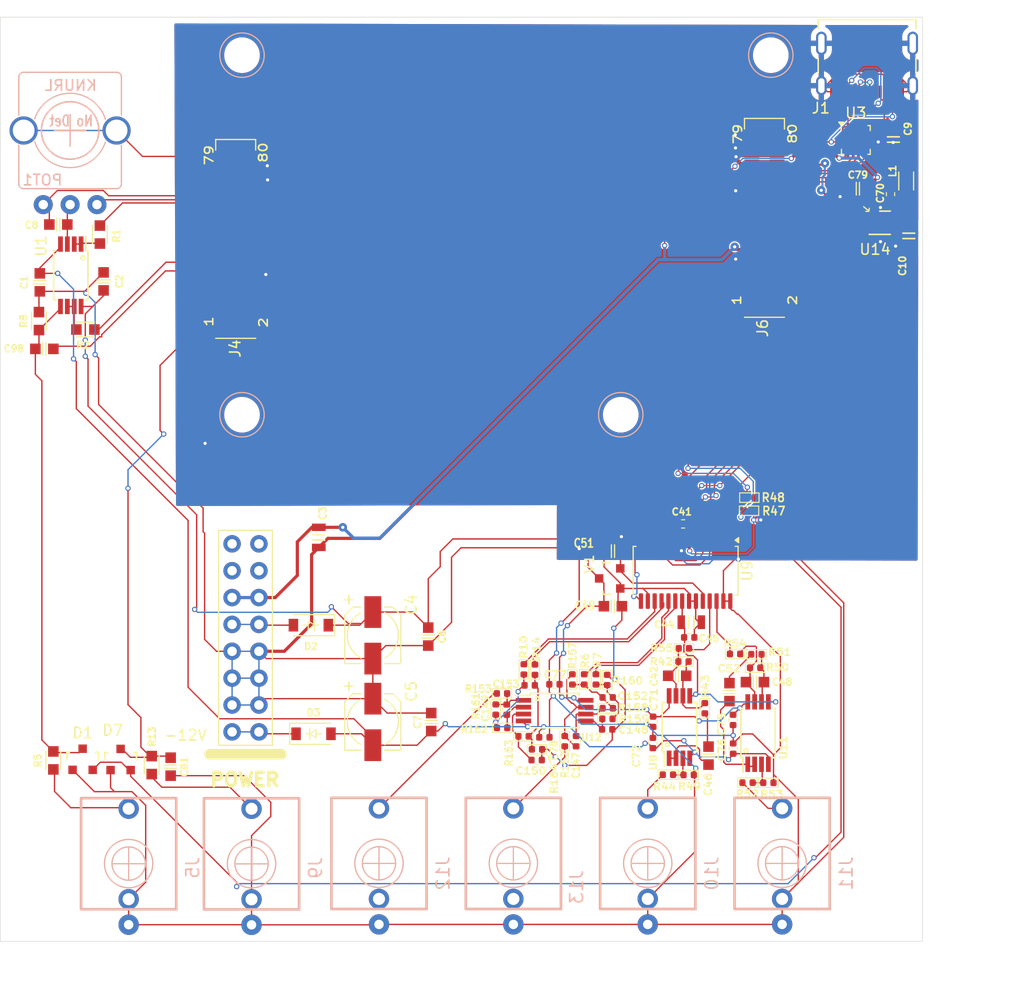
<source format=kicad_pcb>
(kicad_pcb (version 20241229) (generator "pcbnew") (generator_version "9.0")
  (layers (0 "F.Cu" signal) (2 "B.Cu" signal) (13 "F.Paste" user) (15 "B.Paste" user) (5 "F.SilkS" user "F.Silkscreen") (7 "B.SilkS" user "B.Silkscreen") (1 "F.Mask" user) (3 "B.Mask" user) (25 "Edge.Cuts" user))
  (net 0 "")
  (net 1 "+3V3")
  (net 2 "GND")
  (net 3 "+5V")
  (net 4 "/D0")
  (net 5 "/D1")
  (net 6 "/D2")
  (net 7 "/D3")
  (net 8 "GNDADC")
  (net 9 "VREF+")
  (net 10 "/D15")
  (net 11 "/D16")
  (net 12 "/D4")
  (net 13 "/D17")
  (net 14 "/D5")
  (net 15 "/D18")
  (net 16 "/D19")
  (net 17 "/D9")
  (net 18 "/D10")
  (net 19 "/D11")
  (net 20 "/D12")
  (net 21 "/SAI_MCLK")
  (net 22 "/SAI_SD_B")
  (net 23 "/SAI_FS")
  (net 24 "/SAI_SCK")
  (net 25 "/SAI_SD_A")
  (net 26 "+12V")
  (net 27 "/USB_VBUS_JACK")
  (net 28 "Net-(D1-AK)")
  (net 29 "Net-(D2-A)")
  (net 30 "Net-(D3-K)")
  (net 31 "Net-(J5-SIG)")
  (net 36 "Net-(J9-SIG)")
  (net 37 "/ADC-16")
  (net 38 "Net-(U1A--)")
  (net 39 "Net-(U1B--)")
  (net 40 "/I2C2_SDA")
  (net 41 "/I2C2_SCL")
  (net 42 "/D7")
  (net 43 "/D6")
  (net 44 "/D13")
  (net 45 "/ADC-4")
  (net 46 "/D24")
  (net 47 "/D20")
  (net 48 "/ADC-8")
  (net 49 "/ADC-3")
  (net 50 "/D21")
  (net 51 "/D22")
  (net 52 "/USB_HS_D-")
  (net 53 "/D23")
  (net 54 "/USB_HS_D+")
  (net 55 "/D26")
  (net 56 "/ADC-7")
  (net 57 "/ADC-12")
  (net 58 "/ADC-14")
  (net 59 "/ADC-5")
  (net 60 "/D27")
  (net 61 "/D29")
  (net 62 "/D28")
  (net 63 "/D30")
  (net 64 "/ADC-11")
  (net 65 "/ADC-9")
  (net 66 "/ADC-10")
  (net 67 "/ADC-17")
  (net 68 "/ADC-15")
  (net 69 "/ADC-18_DAC0")
  (net 70 "/ADC-19_DAC1")
  (net 71 "/ADC-2")
  (net 72 "/ADC-13")
  (net 73 "/D8")
  (net 74 "GNDA")
  (net 75 "/VCOM")
  (net 76 "/CODEC_OUT_R+")
  (net 77 "+5VA")
  (net 78 "/AUDIO_OUT2")
  (net 79 "/AUDIO_OUT1")
  (net 80 "/AUDIO_IN2")
  (net 81 "/AUDIO_IN1")
  (net 82 "/CODEC_OUT_R-")
  (net 83 "/CODEC_OUT_L+")
  (net 84 "Net-(C153-Pad1)")
  (net 85 "Net-(U11A--)")
  (net 86 "/CODEC_OUT_L-")
  (net 87 "/CODEC_IN_R")
  (net 88 "/CODEC_IN_L")
  (net 90 "Net-(C153-Pad2)")
  (net 94 "Net-(C149-Pad1)")
  (net 95 "Net-(C147-Pad1)")
  (net 96 "Net-(C152-Pad1)")
  (net 97 "Net-(U8A--)")
  (net 98 "Net-(U8A-+)")
  (net 99 "Net-(U8B--)")
  (net 100 "Net-(C42-Pad1)")
  (net 101 "Net-(U12A--)")
  (net 102 "Net-(U12B--)")
  (net 103 "Net-(C46-Pad1)")
  (net 104 "Net-(C152-Pad2)")
  (net 105 "Net-(U12A-+)")
  (net 106 "Net-(C48-Pad1)")
  (net 107 "Net-(U11B--)")
  (net 108 "Net-(U11A-+)")
  (net 109 "Net-(U12B-+)")
  (net 110 "Net-(C52-Pad1)")
  (net 113 "Net-(POT1A-Center)")
  (net 114 "-12V")
  (net 115 "/USBSW_5V")
  (net 116 "/CC1")
  (net 117 "/CC2")
  (footprint "4ms_Capacitor:C_0402" (layer "F.Cu") (at 222.2442 139.4726)
    (property "Reference" "C152")
    (property "Value" "820pF_0402_10v")
  )
  (footprint "4ms_Capacitor:C_0402" (layer "F.Cu") (at 212.6992 140.6276 -90)
    (property "Reference" "C149")
    (property "Value" "180pF_0402_25V")
  )
  (footprint "4ms_Package_SSOP:TSSOP-8_4.4x3mm_Pitch0.65mm" (layer "F.Cu") (at 217.2292 140.7176)
    (property "Reference" "U12")
    (property "Value" "TL072H")
  )
  (footprint "4ms_Capacitor:C_0603" (layer "F.Cu") (at 170.298313 94.752722 180)
    (property "Reference" "C8")
    (property "Value" "100nF_0603_16V")
  )
  (footprint "4ms_Capacitor:C_0603" (layer "F.Cu") (at 236.16864 138.021086)
    (property "Reference" "C48")
    (property "Value" "220pF_0603_25V")
  )
  (footprint "4ms_Capacitor:C_0805" (layer "F.Cu") (at 250.7192 95.8276 -90)
    (property "Reference" "C10")
    (property "Value" "10uF_0805_16V_lowESR")
  )
  (footprint "4ms_Resistor:R_0402" (layer "F.Cu") (at 237.4392 147.5376)
    (property "Reference" "R53")
    (property "Value" "1M_0402")
  )
  (footprint "4ms_Capacitor:C_0603" (layer "F.Cu") (at 228.817508 137.421077)
    (property "Reference" "C42")
    (property "Value" "220pF_0603_25V")
  )
  (footprint "4ms_Resistor:R_0402" (layer "F.Cu") (at 231.42864 140.491077 -90)
    (property "Reference" "R43")
    (property "Value" "100k_0402")
  )
  (footprint "4ms_Capacitor:C_0402" (layer "F.Cu") (at 226.537508 141.771077 -90)
    (property "Reference" "C71")
    (property "Value" "100nF_0402_50V")
  )
  (footprint "4ms_Resistor:R_0603" (layer "F.Cu") (at 174.228313 95.702722 90)
    (property "Reference" "R1")
    (property "Value" "68Ω_0603")
  )
  (footprint "4ms_Connector:Pins_2x08_2.54mm_TH_EurorackPower" (layer "F.Cu") (at 187.9992 133.8376)
    (property "Reference" "J7")
    (property "Value" "Eurorack_Power_16pin_Unshrouded")
  )
  (footprint "4ms_Resistor:R_0402" (layer "F.Cu") (at 212.2592 142.3476 180)
    (property "Reference" "R162")
    (property "Value" "10k_0402")
  )
  (footprint "4ms_Capacitor:C_0402" (layer "F.Cu") (at 248.9892 91.8876 90)
    (property "Reference" "C70")
    (property "Value" "4.7uF_0402_6.3V")
  )
  (footprint "4ms_Resistor:R_0402" (layer "F.Cu") (at 222.2192 141.4926)
    (property "Reference" "R159")
    (property "Value" "10k_0402")
  )
  (footprint "4ms_Package_SOT:SOT23-3_PO132" (layer "F.Cu") (at 176.1892 145.3376)
    (property "Reference" "D7")
    (property "Value" "BAT54S")
  )
  (footprint "4ms_Package_SOT:SOT23-3_PO132" (layer "F.Cu") (at 172.5992 145.3176)
    (property "Reference" "D1")
    (property "Value" "BAT54S")
  )
  (footprint "4ms_Resistor:R_0402" (layer "F.Cu") (at 211.6592 140.6176 -90)
    (property "Reference" "R161")
    (property "Value" "24k_0402")
  )
  (footprint "NetTie:NetTie-2_SMD_Pad0.5mm" (layer "F.Cu") (at 222.1892 124.2476)
    (property "Reference" "NT1" (hide yes))
    (property "Value" "NetTie_2" (hide yes))
  )
  (footprint "4ms_Resistor:R_0402" (layer "F.Cu") (at 220.0292 137.7676 -90)
    (property "Reference" "R6")
    (property "Value" "10k_0402")
  )
  (footprint "4ms_Resistor:R_0603" (layer "F.Cu") (at 179.1292 145.8676 90)
    (property "Reference" "R13")
    (property "Value" "47k_0603")
  )
  (footprint "4ms_Resistor:R_0402" (layer "F.Cu") (at 221.1292 137.7676 -90)
    (property "Reference" "R7")
    (property "Value" "10k_0402")
  )
  (footprint "4ms_Resistor:R_0402" (layer "F.Cu") (at 235.4692 147.5276 180)
    (property "Reference" "R52")
    (property "Value" "1k_0402")
  )
  (footprint "4ms_Capacitor:C_0805" (layer "F.Cu") (at 194.9292 124.3351 -90)
    (property "Reference" "C3")
    (property "Value" "10uF_0805_25V")
  )
  (footprint "4ms_Resistor:R_0402" (layer "F.Cu") (at 235.6392 120.5776)
    (property "Reference" "R48")
    (property "Value" "4.7k_0402")
  )
  (footprint "4ms_Capacitor:C_0603" (layer "F.Cu") (at 233.7592 138.9676 -90)
    (property "Reference" "C52")
    (property "Value" "2.2uF_0603_25V")
  )
  (footprint "4ms_Connector:USB_C_Receptacle_Molex_2171790001" (layer "F.Cu") (at 246.7692 78.7726 180)
    (property "Reference" "J1")
    (property "Value" "USB-C_Receptacle_Molex_2171790001")
  )
  (footprint "4ms_Capacitor:C_0402" (layer "F.Cu") (at 226.51864 143.781077 90)
    (property "Reference" "C72")
    (property "Value" "100nF_0402_50V")
  )
  (footprint "4ms_Resistor:R_0402" (layer "F.Cu") (at 222.2042 137.8176 -90)
    (property "Reference" "R160")
    (property "Value" "24k_0402")
  )
  (footprint "4ms_Capacitor:CP_Elec_5x5.3" (layer "F.Cu") (at 200.0392 141.7876 -90)
    (property "Reference" "C5")
    (property "Value" "47uF_5x5.3_16V")
  )
  (footprint "4ms_Capacitor:C_0402" (layer "F.Cu") (at 234.0992 141.596886 -90)
    (property "Reference" "C75")
    (property "Value" "100nF_0402_50V")
  )
  (footprint "4ms_Resistor:R_0402" (layer "F.Cu") (at 235.6092 121.8176)
    (property "Reference" "R47")
    (property "Value" "4.7k_0402")
  )
  (footprint "4ms_Capacitor:C_0603" (layer "F.Cu") (at 205.5592 141.7976 90)
    (property "Reference" "C7")
    (property "Value" "100nF_0603_16V")
  )
  (footprint "4ms_Diode:D_SOD-123" (layer "F.Cu") (at 194.4292 142.9076)
    (property "Reference" "D3")
    (property "Value" "B140HW-7")
  )
  (footprint "4ms_Resistor:R_0402" (layer "F.Cu") (at 214.317528 136.8176 -90)
    (property "Reference" "R10")
    (property "Value" "10k_0402")
  )
  (footprint "4ms_Capacitor:C_0603" (layer "F.Cu") (at 222.7442 125.6376 180)
    (property "Reference" "C51")
    (property "Value" "10uF_0603_10V")
  )
  (footprint "4ms_Resistor:R_0402" (layer "F.Cu") (at 215.3692 136.8476 -90)
    (property "Reference" "R14")
    (property "Value" "10k_0402")
  )
  (footprint "4ms_Resistor:R_0603" (layer "F.Cu") (at 169.8292 145.4276 90)
    (property "Reference" "R5")
    (property "Value" "47k_0603")
  )
  (footprint "4ms_Capacitor:C_0402" (layer "F.Cu") (at 219.2592 143.6076 90)
    (property "Reference" "C147")
    (property "Value" "180pF_0402_25V")
  )
  (footprint "4ms_Capacitor:C_0603" (layer "F.Cu") (at 222.734848 130.844152)
    (property "Reference" "C49")
    (property "Value" "2.2uF_0603_25V")
  )
  (footprint "4ms_Resistor:R_0402" (layer "F.Cu") (at 236.30864 135.391086 180)
    (property "Reference" "R51")
    (property "Value" "100k_0402")
  )
  (footprint "4ms_Connector:Connector-80socket-P0.4mm-W3.0mm" (layer "F.Cu") (at 187.068313 96.116022 180)
    (property "Reference" "J4")
    (property "Value" "Socket_02x40_P0.4mm_W3.0mm_SMT" (hide yes))
  )
  (footprint "4ms_Capacitor:C_0603" (layer "F.Cu") (at 180.9192 146.0176 -90)
    (property "Reference" "C81")
    (property "Value" "10nF_0603_25V")
  )
  (footprint "4ms_Capacitor:C_0805" (layer "F.Cu") (at 230.1492 132.3576)
    (property "Reference" "C44")
    (property "Value" "22uF_0805_25V")
  )
  (footprint "4ms_Resistor:R_0402" (layer "F.Cu") (at 215.5592 144.3776 180)
    (property "Reference" "R164")
    (property "Value" "24k_0402")
  )
  (footprint "4ms_Capacitor:C_0603" (layer "F.Cu") (at 231.77864 144.971077 -90)
    (property "Reference" "C46")
    (property "Value" "2.2uF_0603_25V")
  )
  (footprint "4ms_Resistor:R_0603" (layer "F.Cu") (at 172.858313 104.682722)
    (property "Reference" "R2")
    (property "Value" "68Ω_0603")
  )
  (footprint "4ms_Capacitor:C_0402" (layer "F.Cu") (at 215.5292 145.3926 180)
    (property "Reference" "C150")
    (property "Value" "180pF_0402_25V")
  )
  (footprint "4ms_Resistor:R_0603" (layer "F.Cu") (at 250.4692 90.6376 -90)
    (property "Reference" "L1")
    (property "Value" "FerriteBead_0603_0.8A_300mΩ")
  )
  (footprint "4ms_Capacitor:C_0805" (layer "F.Cu") (at 249.2592 86.7176 -90)
    (property "Reference" "C9")
    (property "Value" "10uF_0805_16V_lowESR")
  )
  (footprint "4ms_Capacitor:C_0603" (layer "F.Cu") (at 245.8992 91.3676)
    (property "Reference" "C79")
    (property "Value" "22uF_0603_6.3V")
  )
  (footprint "4ms_Capacitor:C_0603" (layer "F.Cu") (at 168.548313 100.222722 -90)
    (property "Reference" "C1")
    (property "Value" "100nF_0603_16V")
  )
  (footprint "4ms_Resistor:R_0402" (layer "F.Cu") (at 218.9042 137.7676 -90)
    (property "Reference" "R157")
    (property "Value" "24k_0402")
  )
  (footprint "4ms_Capacitor:C_0402" (layer "F.Cu") (at 216.2592 143.2376)
    (property "Reference" "C78")
    (property "Value" "100nF_0402_50V")
  )
  (footprint "4ms_Capacitor:C_0402" (layer "F.Cu") (at 222.1942 142.4926 180)
    (property "Reference" "C148")
    (property "Value" "180pF_0402_25V")
  )
  (footprint "4ms_Package_QFP:DFN-6-1EP_2x2mm_P0.65mm_EP1x1.6mm" (layer "F.Cu") (at 247.9692 94.5876)
    (property "Reference" "U14")
    (property "Value" "AP2411SN")
  )
  (footprint "4ms_Capacitor:C_0603" (layer "F.Cu") (at 174.578313 100.132722 90)
    (property "Reference" "C2")
    (property "Value" "100nF_0603_16V")
  )
  (footprint "4ms_Capacitor:C_0402" (layer "F.Cu") (at 229.377266 123.062601 180)
    (property "Reference" "C41")
    (property "Value" "100nF_0402_16V")
  )
  (footprint "4ms_Diode:D_SOD-123" (layer "F.Cu") (at 194.1792 132.6376 180)
    (property "Reference" "D2")
    (property "Value" "B140HW-7")
  )
  (footprint "4ms_Capacitor:C_0603" (layer "F.Cu") (at 205.2792 133.7176 -90)
    (property "Reference" "C6")
    (property "Value" "100nF_0603_16V")
  )
  (footprint "4ms_Capacitor:C_0402" (layer "F.Cu") (at 217.2092 138.2276 180)
    (property "Reference" "C77")
    (property "Value" "100nF_0402_50V")
  )
  (footprint "4ms_Resistor:R_0402" (layer "F.Cu") (at 229.411692 136.078168)
    (property "Reference" "R42")
    (property "Value" "14k_0402")
  )
  (footprint "4ms_Resistor:R_0402" (layer "F.Cu") (at 212.2492 139.0976)
    (property "Reference" "R153")
    (property "Value" "1k_0402")
  )
  (footprint "4ms_Package_SSOP:TSSOP-8_4.4x3mm_Pitch0.65mm" (layer "F.Cu") (at 229.02864 142.271077 90)
    (property "Reference" "U8")
    (property "Value" "TL072H")
  )
  (footprint "4ms_Capacitor:C_0603" (layer "F.Cu") (at 168.978313 106.512722)
    (property "Reference" "C98")
    (property "Value" "10nF_0603_25V")
  )
  (footprint "4ms_Resistor:R_0402" (layer "F.Cu") (at 229.44864 134.831077 180)
    (property "Reference" "R55")
    (property "Value" "1k_0402")
  )
  (footprint "4ms_Resistor:R_0402" (layer "F.Cu") (at 222.2542 140.4926)
    (property "Reference" "R158")
    (property "Value" "10k_0402")
  )
  (footprint "Package_SO:TSSOP-28_4.4x9.7mm_P0.65mm" (layer "F.Cu") (at 229.612266 127.4976 -90)
    (property "Reference" "U9")
    (property "Value" "PCM3060PW")
  )
  (footprint "4ms_Resistor:R_0402" (layer "F.Cu") (at 236.18864 136.661086)
    (property "Reference" "R50")
    (property "Value" "14k_0402")
  )
  (footprint "4ms_Package_SSOP:TSSOP-8_4.4x3mm_Pitch0.65mm" (layer "F.Cu") (at 236.46364 142.841086 90)
    (property "Reference" "U11")
    (property "Value" "TL072H" (hide yes))
  )
  (footprint "4ms_Resistor:R_0603" (layer "F.Cu") (at 168.468313 103.882722 90)
    (property "Reference" "R8")
    (property "Value" "100k_0603")
  )
  (footprint "4ms_Resistor:R_0402" (layer "F.Cu") (at 227.93864 146.776077 180)
    (property "Reference" "R44")
    (property "Value" "1k_0402")
  )
  (footprint "4ms_Capacitor:C_0402" (layer "F.Cu") (at 214.8692 138.3276)
    (property "Reference" "C153")
    (property "Value" "820pF_0402_10v")
  )
  (footprint "4ms_Resistor:R_0402" (layer "F.Cu") (at 218.1842 143.6076 90)
    (property "Reference" "R152")
    (property "Value" "1k_0402")
  )
  (footprint "4ms_Capacitor:C_0402" (layer "F.Cu") (at 229.9542 133.7976)
    (property "Reference" "C45")
    (property "Value" "100nF_0402_16V")
  )
  (footprint "4ms_Package_SOT:SOT23-3_PO132" (layer "F.Cu") (at 222.4342 128.2176 90)
    (property "Reference" "V1")
    (property "Value" "AP2120N-5.0TRG1")
  )
  (footprint "4ms_Capacitor:CP_Elec_5x5.3" (layer "F.Cu") (at 200.0392 133.5976 -90)
    (property "Reference" "C4")
    (property "Value" "47uF_5x5.3_16V")
  )
  (footprint "4ms_Resistor:R_0402" (layer "F.Cu") (at 234.28864 135.361077)
    (property "Reference" "R54")
    (property "Value" "1k_0402")
  )
  (footprint "4ms_Capacitor:C_0402" (layer "F.Cu") (at 234.1092 144.306886 90)
    (property "Reference" "C76")
    (property "Value" "100nF_0402_50V")
  )
  (footprint "4ms_Connector:Connector-80socket-P0.4mm-W3.0mm" (layer "F.Cu") (at 237.068313 94.122722 180)
    (property "Reference" "J6")
    (property "Value" "Socket_02x40_P0.4mm_W3.0mm_SMT" (hide yes))
  )
  (footprint "4ms_Resistor:R_0402" (layer "F.Cu") (at 214.2892 143.1476)
    (property "Reference" "R163")
    (property "Value" "10k_0402")
  )
  (footprint "4ms_Resistor:R_0402" (layer "F.Cu") (at 229.90364 146.796077)
    (property "Reference" "R49")
    (property "Value" "1M_0402")
  )
  (footprint "Package_DFN_QFN:WQFN-14-1EP_2.5x2.5mm_P0.5mm_EP1.45x1.45mm" (layer "F.Cu") (at 245.7092 86.7576)
    (property "Reference" "U3")
    (property "Value" "FUSB302BMPX")
  )
  (footprint "4ms_Package_SSOP:TSSOP-8_4.4x3mm_Pitch0.65mm" (layer "F.Cu") (at 171.478313 99.552722 -90)
    (property "Reference" "U1")
    (property "Value" "TL072H")
  )
  (footprint "4ms_Jack:EighthInch_PJ398SM" (layer "B.Cu") (at 188.5692 155.2076 -90)
    (property "Reference" "J9")
    (property "Value" "3.5mm_Mono_Switched_sm")
  )
  (footprint "4ms_Jack:EighthInch_PJ398SM" (layer "B.Cu") (at 200.6192 155.1676 -90)
    (property "Reference" "J12")
    (property "Value" "3.5mm_Mono_Switched_sm")
  )
  (footprint "4ms_Hardware:MountingHole_Generic_3mm" (layer "B.Cu") (at 223.48 112.7402 90)
    (property "Reference" "H2" (hide yes))
    (property "Value" "Spacer Nylon, fits 3mm hole")
  )
  (footprint "4ms_Hardware:MountingHole_Generic_3mm" (layer "B.Cu") (at 187.6676 112.7402 90)
    (property "Reference" "H3" (hide yes))
    (property "Value" "Spacer Nylon, fits 3mm hole")
  )
  (footprint "4ms_Jack:EighthInch_PJ398SM" (layer "B.Cu") (at 213.325867 155.1676 -90)
    (property "Reference" "J13")
    (property "Value" "3.5mm_Mono_Switched_sm")
  )
  (footprint "4ms_Potentiometer:Pot_9mm_Knurl_NoDet" (layer "B.Cu") (at 171.41395 85.860879)
    (property "Reference" "POT1")
    (property "Value" "9mm_NoDet_100k_Knurled_Lined")
  )
  (footprint "4ms_Jack:EighthInch_PJ398SM" (layer "B.Cu") (at 238.7392 155.1676 -90)
    (property "Reference" "J11")
    (property "Value" "3.5mm_Mono_Switched_sm")
  )
  (footprint "4ms_Jack:EighthInch_PJ398SM" (layer "B.Cu") (at 226.032533 155.1676 -90)
    (property "Reference" "J10")
    (property "Value" "3.5mm_Mono_Switched_sm")
  )
  (footprint "4ms_Jack:EighthInch_PJ398SM" (layer "B.Cu") (at 176.9492 155.1946 -90)
    (property "Reference" "J5")
    (property "Value" "3.5mm_Mono_Switched_sm")
  )
  (footprint "4ms_Hardware:MountingHole_Generic_3mm" (layer "B.Cu") (at 187.6676 78.7402 90)
    (property "Reference" "H4" (hide yes))
    (property "Value" "Spacer Nylon, fits 3mm hole")
  )
  (footprint "4ms_Hardware:MountingHole_Generic_3mm" (layer "B.Cu") (at 237.6676 78.7402 90)
    (property "Reference" "H1" (hide yes))
    (property "Value" "Spacer Nylon, fits 3mm hole")
  )
  (footprint "4ms_Symbol:4msLogo_3.8x1.7mm" (layer "B.Cu") (at 183.9692 120.7976 90)
    (property "Reference" "Devboard-stand-in" (hide yes))
    (property "Value" "mp153-dev-board-p1" (hide yes))
  )
  (footprint "4ms_Symbol:4msLogo_3.8x1.7mm" (layer "B.Cu") (at 183.7092 116.0876 90)
    (property "Reference" "G***" (hide yes))
    (property "Value" "LOGO" (hide yes))
  )
  (gr_line (start 216.8592 145.6976) (end 216.5992 144.9976) (stroke (width 0.12)) (layer "F.SilkS"))
  (gr_rect (start 164.8092 75.1476) (end 252.0192 162.5276) (stroke (width 0.05)) (fill no) (layer "Edge.Cuts"))
  (gr_text "79" (at 185.0192 89.2476 90) (layer "F.SilkS") (effects (font (size 0.8 1)) (justify left bottom)))
  (gr_text "2" (at 190.1592 104.5876 90) (layer "F.SilkS") (effects (font (size 0.8 1)) (justify left bottom)))
  (gr_text "1" (at 185.0092 104.4976 90) (layer "F.SilkS") (effects (font (size 0.8 1)) (justify left bottom)))
  (gr_text "80" (at 240.1792 87.2076 90) (layer "F.SilkS") (effects (font (size 0.8 1)) (justify left bottom)))
  (gr_text "1" (at 234.9192 102.4876 90) (layer "F.SilkS") (effects (font (size 0.8 1)) (justify left bottom)))
  (gr_text "80" (at 190.1292 88.9976 90) (layer "F.SilkS") (effects (font (size 0.8 1)) (justify left bottom)))
  (gr_text "79" (at 235.0092 87.2476 90) (layer "F.SilkS") (effects (font (size 0.8 1)) (justify left bottom)))
  (gr_text "2" (at 240.1992 102.4676 90) (layer "F.SilkS") (effects (font (size 0.8 1)) (justify left bottom)))
  (segment (start 242.7892 88.9676) (end 242.6587 89.0981) (width 0.2032) (layer "F.Cu") (net 1))
  (segment (start 229.937266 124.6351) (end 229.937266 125.555666) (width 0.127) (layer "F.Cu") (net 1))
  (segment (start 241.8892 154.6276) (end 241.7492 154.6276) (width 0.127) (layer "F.Cu") (net 1))
  (segment (start 229.937266 125.555666) (end 229.9992 125.6176) (width 0.127) (layer "F.Cu") (net 1))
  (segment (start 229.862266 124.5601) (end 229.937266 124.6351) (width 0.127) (layer "F.Cu") (net 1))
  (segment (start 176.2492 145.5976) (end 176.98996 146.33836) (width 0.127) (layer "F.Cu") (net 1))
  (segment (start 244.3092 130.9476) (end 244.3092 152.2076) (width 0.127) (layer "F.Cu") (net 1))
  (segment (start 236.0492 122.6876) (end 244.3092 130.9476) (width 0.127) (layer "F.Cu") (net 1))
  (segment (start 236.0492 122.6876) (end 236.0492 121.8626) (width 0.127) (layer "F.Cu") (net 1))
  (segment (start 244.3092 152.2076) (end 241.8892 154.6276) (width 0.127) (layer "F.Cu") (net 1))
  (segment (start 238.287935 89.0981) (end 238.263313 89.122722) (width 0.2032) (layer "F.Cu") (net 1))
  (segment (start 242.9192 91.9976) (end 242.9192 115.809343) (width 0.2032) (layer "F.Cu") (net 1))
  (segment (start 236.0492 121.8626) (end 236.0942 121.8176) (width 0.127) (layer "F.Cu") (net 1))
  (segment (start 242.4392 91.5176) (end 242.9192 91.9976) (width 0.2032) (layer "F.Cu") (net 1))
  (segment (start 236.938313 88.722722) (end 236.938313 89.042722) (width 0.127) (layer "F.Cu") (net 1))
  (segment (start 173.5492 146.31836) (end 174.26996 145.5976) (width 0.127) (layer "F.Cu") (net 1))
  (segment (start 177.1392 146.33836) (end 177.1392 146.9276) (width 0.127) (layer "F.Cu") (net 1))
  (segment (start 187.1592 156.9476) (end 187.1592 157.3576) (width 0.127) (layer "F.Cu") (net 1))
  (segment (start 236.2942 121.6676) (end 236.1442 121.8176) (width 0.127) (layer "F.Cu") (net 1))
  (segment (start 242.9192 115.809343) (end 236.0492 122.679343) (width 0.2032) (layer "F.Cu") (net 1))
  (segment (start 236.938313 88.722722) (end 235.853313 88.722722) (width 0.127) (layer "F.Cu") (net 1))
  (segment (start 238.243313 89.122722) (end 237.018313 89.122722) (width 0.127) (layer "F.Cu") (net 1))
  (segment (start 229.862266 123.062601) (end 229.862266 124.5601) (width 0.127) (layer "F.Cu") (net 1))
  (segment (start 236.0942 120.6076) (end 236.1242 120.5776) (width 0.127) (layer "F.Cu") (net 1))
  (segment (start 242.6587 89.0981) (end 238.287935 89.0981) (width 0.2032) (layer "F.Cu") (net 1))
  (segment (start 236.0492 122.679343) (end 236.0492 122.6876) (width 0.2032) (layer "F.Cu") (net 1))
  (segment (start 236.0942 121.8176) (end 236.0942 120.6076) (width 0.127) (layer "F.Cu") (net 1))
  (segment (start 237.018313 89.122722) (end 235.853313 89.122722) (width 0.127) (layer "F.Cu") (net 1))
  (segment (start 238.243313 88.722722) (end 236.938313 88.722722) (width 0.127) (layer "F.Cu") (net 1))
  (segment (start 177.1392 146.9276) (end 187.1592 156.9476) (width 0.127) (layer "F.Cu") (net 1))
  (segment (start 174.26996 145.5976) (end 176.2492 145.5976) (width 0.127) (layer "F.Cu") (net 1))
  (segment (start 176.98996 146.33836) (end 177.1392 146.33836) (width 0.127) (layer "F.Cu") (net 1))
  (segment (start 236.1442 121.8176) (end 236.0942 121.8176) (width 0.127) (layer "F.Cu") (net 1))
  (segment (start 236.938313 89.042722) (end 237.018313 89.122722) (width 0.127) (layer "F.Cu") (net 1))
  (via (at 229.9992 125.6176) (size 0.5) (drill 0.3) (layers "F.Cu" "B.Cu") (net 1))
  (via (at 241.7492 154.6276) (size 0.5) (drill 0.3) (layers "F.Cu" "B.Cu") (net 1))
  (via (at 236.0492 122.6876) (size 0.5) (drill 0.3) (layers "F.Cu" "B.Cu") (net 1))
  (via (at 187.1592 157.3576) (size 0.5) (drill 0.3) (layers "F.Cu" "B.Cu") (net 1))
  (via (at 242.4392 91.5176) (size 0.8) (drill 0.3) (layers "F.Cu" "B.Cu") (net 1))
  (via (at 242.7892 88.9676) (size 0.8) (drill 0.3) (layers "F.Cu" "B.Cu") (net 1))
  (segment (start 187.1592 157.3576) (end 187.4392 157.0776) (width 0.127) (layer "B.Cu") (net 1))
  (segment (start 242.7892 88.9676) (end 242.7692 88.9876) (width 0.2032) (layer "B.Cu") (net 1))
  (segment (start 235.3792 125.8976) (end 236.0492 125.2276) (width 0.127) (layer "B.Cu") (net 1))
  (segment (start 229.9992 125.7276) (end 230.1692 125.8976) (width 0.127) (layer "B.Cu") (net 1))
  (segment (start 242.5492 90.2876) (end 242.5492 91.4076) (width 0.2032) (layer "B.Cu") (net 1))
  (segment (start 239.2992 157.0776) (end 241.7492 154.6276) (width 0.127) (layer "B.Cu") (net 1))
  (segment (start 230.1692 125.8976) (end 235.3792 125.8976) (width 0.127) (layer "B.Cu") (net 1))
  (segment (start 236.0492 125.2276) (end 236.0492 122.6876) (width 0.127) (layer "B.Cu") (net 1))
  (segment (start 187.4392 157.0776) (end 239.2992 157.0776) (width 0.127) (layer "B.Cu") (net 1))
  (segment (start 242.7692 90.0676) (end 242.5492 90.2876) (width 0.2032) (layer "B.Cu") (net 1))
  (segment (start 229.9992 125.6176) (end 229.9992 125.7276) (width 0.127) (layer "B.Cu") (net 1))
  (segment (start 242.5492 91.4076) (end 242.4392 91.5176) (width 0.2032) (layer "B.Cu") (net 1))
  (segment (start 242.7692 88.9876) (end 242.7692 90.0676) (width 0.2032) (layer "B.Cu") (net 1))
  (segment (start 244.5632 130.5316) (end 244.5632 152.6964) (width 0.127) (layer "F.Cu") (net 2))
  (segment (start 235.873313 88.322722) (end 238.263313 88.322722) (width 0.127) (layer "F.Cu") (net 2))
  (segment (start 237.018313 94.322722) (end 237.018313 95.872722) (width 0.2032) (layer "F.Cu") (net 2))
  (segment (start 178.261287 88.316022) (end 175.807987 85.862722) (width 0.127) (layer "F.Cu") (net 2))
  (segment (start 235.956176 142.92527) (end 235.005816 142.92527) (width 0.127) (layer "F.Cu") (net 2))
  (segment (start 182.8642 116.7626) (end 182.9392 116.6876) (width 0.127) (layer "F.Cu") (net 2))
  (segment (start 182.8792 120.4676) (end 183.9892 121.5776) (width 0.127) (layer "F.Cu") (net 2))
  (segment (start 248.8142 92.3726) (end 248.0392 93.1476) (width 0.3) (layer "F.Cu") (net 2))
  (segment (start 189.905013 90.716022) (end 190.088313 90.532722) (width 0.127) (layer "F.Cu") (net 2))
  (segment (start 174.1092 111.7676) (end 174.1092 107.383609) (width 0.127) (layer "F.Cu") (net 2))
  (segment (start 188.5562 160.9604) (end 188.5692 160.9734) (width 0.127) (layer "F.Cu") (net 2))
  (segment (start 185.853313 88.332722) (end 188.243313 88.332722) (width 0.127) (layer "F.Cu") (net 2))
  (segment (start 168.468313 101.152722) (end 168.548313 101.072722) (width 0.127) (layer "F.Cu") (net 2))
  (segment (start 200.0392 135.7976) (end 189.9592 135.7976) (width 0.127) (layer "F.Cu") (net 2))
  (segment (start 240.2692 149.098563) (end 240.2692 156.9904) (width 0.127) (layer "F.Cu") (net 2))
  (segment (start 237.9242 147.5376) (end 237.9242 144.893294) (width 0.127) (layer "F.Cu") (net 2))
  (segment (start 188.263313 99.529422) (end 185.873313 99.529422) (width 0.127) (layer "F.Cu") (net 2))
  (segment (start 223.5392 124.2676) (end 222.7092 124.2676) (width 0.127) (layer "F.Cu") (net 2))
  (segment (start 177.2592 148.3776) (end 178.5592 149.6776) (width 0.127) (layer "F.Cu") (net 2))
  (segment (start 189.9592 135.7976) (end 189.2692 135.1076) (width 0.127) (layer "F.Cu") (net 2))
  (segment (start 234.0992 142.081886) (end 234.0992 143.051077) (width 0.127) (layer "F.Cu") (net 2))
  (segment (start 187.8692 146.8676) (end 180.9192 146.8676) (width 0.127) (layer "F.Cu") (net 2))
  (segment (start 251.0892 77.6226) (end 251.0892 81.6226) (width 0.127) (layer "F.Cu") (net 2))
  (segment (start 251.0892 81.6226) (end 250.6892 81.6226) (width 0.127) (layer "F.Cu") (net 2))
  (segment (start 236.7192 122.6876) (end 244.5632 130.5316) (width 0.127) (layer "F.Cu") (net 2))
  (segment (start 168.468313 103.032722) (end 168.468313 101.152722) (width 0.127) (layer "F.Cu") (net 2))
  (segment (start 235.873313 88.322722) (end 234.398313 88.322722) (width 0.127) (layer "F.Cu") (net 2))
  (segment (start 238.7392 160.9334) (end 200.6192 160.9334) (width 0.127) (layer "F.Cu") (net 2))
  (segment (start 250.6892 81.6226) (end 249.3477 80.2811) (width 0.127) (layer "F.Cu") (net 2))
  (segment (start 234.0192 131.241468) (end 233.837266 131.059534) (width 0.127) (layer "F.Cu") (net 2))
  (segment (start 175.2392 148.00836) (end 175.60844 148.3776) (width 0.127) (layer "F.Cu") (net 2))
  (segment (start 182.8642 120.4676) (end 182.8792 120.4676) (width 0.127) (layer "F.Cu") (net 2))
  (segment (start 201.2692 134.5676) (end 200.0392 135.7976) (width 0.127) (layer "F.Cu") (net 2))
  (segment (start 185.953313 90.716122) (end 188.343313 90.716122) (width 0.127) (layer "F.Cu") (net 2))
  (segment (start 205.2792 134.5676) (end 201.2692 134.5676) (width 0.127) (layer "F.Cu") (net 2))
  (segment (start 226.51864 143.296077) (end 226.51864 142.711077) (width 0.127) (layer "F.Cu") (net 2))
  (segment (start 208.3792 125.3176) (end 219.4592 125.3176) (width 0.127) (layer "F.Cu") (net 2))
  (segment (start 178.5592 149.6776) (end 178.5592 156.9374) (width 0.127) (layer "F.Cu") (net 2))
  (segment (start 188.5692 160.9734) (end 200.5792 160.9734) (width 0.127) (layer "F.Cu") (net 2))
  (segment (start 194.2492 132.5236) (end 191.6652 135.1076) (width 0.3) (layer "F.Cu") (net 2))
  (segment (start 219.5492 130.7376) (end 219.5492 125.4076) (width 0.127) (layer "F.Cu") (net 2))
  (segment (start 246.9717 86.7576) (end 245.7092 86.7576) (width 0.127) (layer "F.Cu") (net 2))
  (segment (start 173.778313 107.052722) (end 173.848313 107.052722) (width 0.127) (layer "F.Cu") (net 2))
  (segment (start 205.2792 134.5676) (end 207.4792 132.3676) (width 0.127) (layer "F.Cu") (net 2))
  (segment (start 188.263313 88.316022) (end 188.263313 88.716022) (width 0.127) (layer "F.Cu") (net 2))
  (segment (start 246.9717 86.7576) (end 247.6417 86.7576) (width 0.127) (layer "F.Cu") (net 2))
  (segment (start 216.7242 138.2276) (end 216.7242 138.9526) (width 0.127) (layer "F.Cu") (net 2))
  (segment (start 238.263313 95.522722) (end 235.873313 95.522722) (width 0.127) (layer "F.Cu") (net 2))
  (segment (start 243.5692 82.1976) (end 243.0242 82.1976) (width 0.127) (layer "F.Cu") (net 2))
  (segment (start 172.788313 101.132722) (end 172.908313 101.252722) (width 0.127) (layer "F.Cu") (net 2))
  (segment (start 216.7242 135.9526) (end 217.4092 135.2676) (width 0.127) (layer "F.Cu") (net 2))
  (segment (start 243.0242 82.1976) (end 242.4492 81.6226) (width 0.127) (layer "F.Cu") (net 2))
  (segment (start 176.9492 160.9604) (end 188.5562 160.9604) (width 0.127) (layer "F.Cu") (net 2))
  (segment (start 234.398313 88.322722) (end 234.378313 88.342722) (width 0.127) (layer "F.Cu") (net 2))
  (segment (start 234.4792 131.5876) (end 234.133068 131.241468) (width 0.127) (layer "F.Cu") (net 2))
  (segment (start 228.0487 97.0781) (end 225.2992 99.8276) (width 0.3) (layer "F.Cu") (net 2))
  (segment (start 250.5142 82.1976) (end 251.0892 81.6226) (width 0.127) (layer "F.Cu") (net 2))
  (segment (start 235.873313 91.522722) (end 234.388313 91.522722) (width 0.127) (layer "F.Cu") (net 2))
  (segment (start 216.7242 138.2276) (end 216.7242 135.9526) (width 0.127) (layer "F.Cu") (net 2))
  (segment (start 175.2392 146.33836) (end 175.2392 148.00836) (width 0.127) (layer "F.Cu") (net 2))
  (segment (start 235.005816 142.92527) (end 234.1092 143.821886) (width 0.127) (layer "F.Cu") (net 2))
  (segment (start 234.418313 95.122722) (end 235.873313 95.122722) (width 0.3) (layer "F.Cu") (net 2))
  (segment (start 226.51864 142.711077) (end 226.51864 142.274945) (width 0.127) (layer "F.Cu") (net 2))
  (segment (start 182.8792 116.7476) (end 182.9392 116.6876) (width 0.127) (layer "F.Cu") (net 2))
  (segment (start 174.1092 107.383609) (end 173.778313 107.052722) (width 0.127) (layer "F.Cu") (net 2))
  (segment (start 188.263313 90.716022) (end 189.905013 90.716022) (width 0.127) (layer "F.Cu") (net 2))
  (segment (start 230.405618 95.122722) (end 228.45024 97.0781) (width 0.3) (layer "F.Cu") (net 2))
  (segment (start 175.60844 148.3776) (end 177.2592 148.3776) (width 0.127) (layer "F.Cu") (net 2))
  (segment (start 233.837266 131.059534) (end 233.837266 130.3601) (width 0.127) (layer "F.Cu") (net 2))
  (segment (start 229.287266 124.6351) (end 229.287266 123.457601) (width 0.127) (layer "F.Cu") (net 2))
  (segment (start 225.2992 99.8276) (end 225.2992 99.8376) (width 0.3) (layer "F.Cu") (net 2))
  (segment (start 235.873313 87.522722) (end 238.263313 87.522722) (width 0.127) (layer "F.Cu") (net 2))
  (segment (start 249.9692 82.1976) (end 250.5142 82.1976) (width 0.127) (layer "F.Cu") (net 2))
  (segment (start 194.9292 125.2851) (end 194.2492 125.9651) (width 0.3) (layer "F.Cu") (net 2))
  (segment (start 200.0392 139.5876) (end 189.8692 139.5876) (width 0.127) (layer "F.Cu") (net 2))
  (segment (start 249.2592 87.0176) (end 249.2392 86.9976) (width 0.3) (layer "F.Cu") (net 2))
  (segment (start 234.448313 97.922722) (end 234.348313 98.022722) (width 0.127) (layer "F.Cu") (net 2))
  (segment (start 234.275332 126.3976) (end 233.187266 127.485666) (width 0.127) (layer "F.Cu") (net 2))
  (segment (start 207.4792 126.2176) (end 208.3792 125.3176) (width 0.127) (layer "F.Cu") (net 2))
  (segment (start 222.7092 124.2676) (end 222.6892 124.2476) (width 0.127) (layer "F.Cu") (net 2))
  (segment (start 244.5632 152.6964) (end 238.7392 158.5204) (width 0.127) (layer "F.Cu") (net 2))
  (segment (start 182.9392 116.6876) (end 184.1792 115.4476) (width 0.127) (layer "F.Cu") (net 2))
  (segment (start 237.99476 146.824123) (end 240.2692 149.098563) (width 0.127) (layer "F.Cu") (net 2))
  (segment (start 238.243313 91.512722) (end 235.853313 91.512722) (width 0.127) (layer "F.Cu") (net 2))
  (segment (start 205.5592 140.9476) (end 201.3992 140.9476) (width 0.127) (layer "F.Cu") (net 2))
  (segment (start 235.873313 97.922722) (end 234.448313 97.922722) (width 0.127) (layer "F.Cu") (net 2))
  (segment (start 234.5992 126.3976) (end 234.275332 126.3976) (width 0.127) (layer "F.Cu") (net 2))
  (segment (start 233.187266 130.3601) (end 233.837266 130.3601) (width 0.127) (layer "F.Cu") (net 2))
  (segment (start 188.263313 99.516022) (end 189.880778 99.516022) (width 0.127) (layer "F.Cu") (net 2))
  (segment (start 234.368313 86.322722) (end 234.308313 86.262722) (width 0.127) (layer "F.Cu") (net 2))
  (segment (start 188.5692 158.5604) (end 188.5692 152.5376) (width 0.127) (layer "F.Cu") (net 2))
  (segment (start 235.873313 87.522722) (end 234.338313 87.522722) (width 0.127) (layer "F.Cu") (net 2))
  (segment (start 233.187266 127.485666) (end 233.187266 130.3601) (width 0.127) (layer "F.Cu") (net 2))
  (segment (start 235.873313 95.922722) (end 237.068313 95.922722) (width 0.127) (layer "F.Cu") (net 2))
  (segment (start 235.873313 95.122722) (end 230.405618 95.122722) (width 0.3) (layer "F.Cu") (net 2))
  (segment (start 249.2592 87.6676) (end 249.2592 87.0176) (width 0.3) (layer "F.Cu") (net 2))
  (segment (start 229.287266 123.457601) (end 228.892266 123.062601) (width 0.127) (layer "F.Cu") (net 2))
  (segment (start 176.9492 158.5474) (end 176.9492 160.9604) (width 0.127) (layer "F.Cu") (net 2))
  (segment (start 174.1092 111.7676) (end 182.8642 120.5226) (width 0.127) (layer "F.Cu") (net 2))
  (segment (start 237.018313 95.872722) (end 237.068313 95.922722) (width 0.127) (layer "F.Cu") (net 2))
  (segment (start 238.57014 135.580043) (end 234.577697 131.5876) (width 0.127) (layer "F.Cu") (net 2))
  (segment (start 229.287266 124.6351) (end 229.287266 125.529534) (width 0.127) (layer "F.Cu") (net 2))
  (segment (start 176.9622 158.5604) (end 176.9492 158.5474) (width 0.127) (layer "F.Cu") (net 2))
  (segment (start 188.263313 88.716022) (end 189.577622 88.716022) (width 0.127) (layer "F.Cu") (net 2))
  (segment (start 194.2492 125.9651) (end 194.2492 132.5236) (width 0.3) (layer "F.Cu") (net 2))
  (segment (start 185.873313 88.716022) (end 185.873313 88.316022) (width 0.127) (layer "F.Cu") (net 2))
  (segment (start 238.57014 144.247354) (end 238.57014 136.36408) (width 0.127) (layer "F.Cu") (net 2))
  (segment (start 226.537508 142.256077) (end 226.279031 141.9976) (width 0.127) (layer "F.Cu") (net 2))
  (segment (start 235.873313 94.722722) (end 238.263313 94.722722) (width 0.127) (layer "F.Cu") (net 2))
  (segment (start 225.2992 99.8376) (end 204.0992 121.0376) (width 0.3) (layer "F.Cu") (net 2))
  (segment (start 207.4792 132.3676) (end 207.4792 126.2176) (width 0.127) (layer "F.Cu") (net 2))
  (segment (start 190.3892 150.7176) (end 190.3892 149.3876) (width 0.127) (layer "F.Cu") (net 2))
  (segment (start 249.4892 96.7776) (end 249.4692 96.7976) (width 0.3) (layer "F.Cu") (net 2))
  (segment (start 246.9192 94.5876) (end 247.9692 94.5876) (width 0.3) (layer "F.Cu") (net 2))
  (segment (start 243.5092 82.2576) (end 243.5692 82.1976) (width 0.127) (layer "F.Cu") (net 2))
  (segment (start 234.1092 143.061077) (end 234.1092 143.821886) (width 0.127) (layer "F.Cu") (net 2))
  (segment (start 238.263313 94.322722) (end 237.018313 94.322722) (width 0.127) (layer "F.Cu") (net 2))
  (segment (start 230.38864 146.796077) (end 230.38864 146.341077) (width 0.127) (layer "F.Cu") (net 2))
  (segment (start 188.5692 158.5604) (end 188.5692 160.9734) (width 0.127) (layer "F.Cu") (net 2))
  (segment (start 234.0992 143.051077) (end 234.1092 143.061077) (width 0.127) (layer "F.Cu") (net 2))
  (segment (start 172.788313 101.072722) (end 172.788313 101.132722) (width 0.127) (layer "F.Cu") (net 2))
  (segment (start 248.0392 94.5176) (end 247.9692 94.5876) (width 0.3) (layer "F.Cu") (net 2))
  (segment (start 219.4592 125.3176) (end 219.5492 125.4076) (width 0.127) (layer "F.Cu") (net 2))
  (segment (start 204.2992 120.8376) (end 200.7092 124.4276) (width 0.3) (layer "F.Cu") (net 2))
  (segment (start 237.9242 144.893294) (end 238.57014 144.247354) (width 0.127) (layer "F.Cu") (net 2))
  (segment (start 217.8392 132.4476) (end 219.5492 130.7376) (width 0.127) (layer "F.Cu") (net 2))
  (segment (start 171.6492 146.31836) (end 173.70844 148.3776) (width 0.127) (layer "F.Cu") (net 2))
  (segment (start 189.8692 139.5876) (end 189.2692 140.1876) (width 0.127) (layer "F.Cu") (net 2))
  (segment (start 238.57014 136.36408) (end 238.57014 135.580043) (width 0.127) (layer "F.Cu") (net 2))
  (segment (start 188.5692 152.5376) (end 190.3892 150.7176) (width 0.127) (layer "F.Cu") (net 2))
  (segment (start 190.3892 149.3876) (end 187.8692 146.8676) (width 0.127) (layer "F.Cu") (net 2))
  (segment (start 201.3992 140.9476) (end 200.0392 139.5876) (width 0.127) (layer "F.Cu") (net 2))
  (segment (start 235.873313 97.922722) (end 238.263313 97.922722) (width 0.127) (layer "F.Cu") (net 2))
  (segment (start 237.018313 94.322722) (end 235.873313 94.322722) (width 0.127) (layer "F.Cu") (net 2))
  (segment (start 248.0392 93.1476) (end 248.0392 94.5176) (width 0.3) (layer "F.Cu") (net 2))
  (segment (start 168.548313 101.072722) (end 172.788313 101.072722) (width 0.127) (layer "F.Cu") (net 2))
  (segment (start 200.5792 160.9734) (end 200.6192 160.9334) (width 0.127) (layer "F.Cu") (net 2))
  (segment (start 246.9717 87.2576) (end 246.9717 86.7576) (width 0.127) (layer "F.Cu") (net 2))
  (segment (start 238.263313 86.322722) (end 239.234078 86.322722) (width 0.127) (layer "F.Cu") (net 2))
  (segment (start 173.70844 148.3776) (end 175.60844 148.3776) (width 0.127) (layer "F.Cu") (net 2))
  (segment (start 228.45024 97.0781) (end 228.0487 97.0781) (width 0.3) (layer "F.Cu") (net 2))
  (segment (start 184.1292 123.9376) (end 184.1292 133.9801) (width 0.127) (layer "F.Cu") (net 2))
  (segment (start 234.577697 131.5876) (end 234.4792 131.5876) (width 0.127) (layer "F.Cu") (net 2))
  (segment (start 240.2692 156.9904) (end 238.7392 158.5204) (width 0.127) (layer "F.Cu") (net 2))
  (segment (start 183.9892 123.7976) (end 184.1292 123.9376) (width 0.127) (layer "F.Cu") (net 2))
  (segment (start 242.4492 77.6226) (end 242.4492 81.6226) (width 0.127) (layer "F.Cu") (net 2))
  (segment (start 185.2567 135.1076) (end 186.7292 135.1076) (width 0.127) (layer "F.Cu") (net 2))
  (segment (start 245.0492 91.3676) (end 244.9692 91.3676) (width 0.3) (layer "F.Cu") (net 2))
  (segment (start 237.9242 144.893294) (end 235.956176 142.92527) (width 0.127) (layer "F.Cu") (net 2))
  (segment (start 244.9692 91.3676) (end 244.2192 92.1176) (width 0.3) (layer "F.Cu") (net 2))
  (segment (start 216.7442 143.2376) (end 216.7442 139.7026) (width 0.127) (layer "F.Cu") (net 2))
  (segment (start 226.032533 160.9334) (end 226.032533 158.5204) (width 0.127) (layer "F.Cu") (net 2))
  (segment (start 234.388313 91.522722) (end 234.348313 91.562722) (width 0.127) (layer "F.Cu") (net 2))
  (segment (start 230.4592 154.093733) (end 230.4592 146.0826) (width 0.127) (layer "F.Cu") (net 2))
  (segment (start 185.873313 88.316022) (end 178.261287 88.316022) (width 0.127) (layer "F.Cu") (net 2))
  (segment (start 244.1907 80.2811) (end 242.8492 81.6226) (width 0.127) (layer "F.Cu") (net 2))
  (segment (start 226.032533 158.5204) (end 230.4592 154.093733) (width 0.127) (layer "F.Cu") (net 2))
  (segment (start 249.3477 80.2811) (end 244.1907 80.2811) (width 0.127) (layer "F.Cu") (net 2))
  (segment (start 189.880778 99.516022) (end 189.9192 99.4776) (width 0.127) (layer "F.Cu") (net 2))
  (segment (start 178.5592 156.9374) (end 176.9492 158.5474) (width 0.127) (layer "F.Cu") (net 2))
  (segment (start 250.7192 96.7776) (end 249.4892 96.7776) (width 0.3) (layer "F.Cu") (net 2))
  (segment (start 229.287266 125.529534) (end 229.2192 125.5976) (width 0.127) (layer "F.Cu") (net 2))
  (segment (start 191.6652 135.1076) (end 189.2692 135.1076) (width 0.3) (layer "F.Cu") (net 2))
  (segment (start 234.338313 87.522722) (end 234.328313 87.512722) (width 0.127) (layer "F.Cu") (net 2))
  (segment (start 248.9892 92.3726) (end 248.8142 92.3726) (width 0.3) (layer "F.Cu") (net 2))
  (segment (start 200.0392 135.7976) (end 200.0392 139.5876) (width 0.127) (layer "F.Cu") (net 2))
  (segment (start 230.38864 146.341077) (end 230.56864 146.161077) (width 0.127) (layer "F.Cu") (net 2))
  (segment (start 182.8792 120.4676) (end 182.8792 116.7476) (width 0.127) (layer "F.Cu") (net 2))
  (segment (start 238.7392 158.5204) (end 238.7392 160.9334) (width 0.127) (layer "F.Cu") (net 2))
  (segment (start 235.873313 86.322722) (end 234.368313 86.322722) (width 0.127) (layer "F.Cu") (net 2))
  (segment (start 200.7092 124.4276) (end 195.7867 124.4276) (width 0.3) (layer "F.Cu") (net 2))
  (segment (start 184.1292 133.9801) (end 185.2567 135.1076) (width 0.127) (layer "F.Cu") (net 2))
  (segment (start 238.263313 95.122722) (end 235.873313 95.122722) (width 0.127) (layer "F.Cu") (net 2))
  (segment (start 195.7867 124.4276) (end 194.9292 125.2851) (width 0.3) (layer "F.Cu") (net 2))
  (segment (start 183.9892 121.5776) (end 183.9892 123.7976) (width 0.127) (layer "F.Cu") (net 2))
  (segment (start 247.6417 86.7576) (end 247.8292 86.9451) (width 0.127) (layer "F.Cu") (net 2))
  (segment (start 172.788313 101.072722) (end 174.578313 99.282722) (width 0.127) (layer "F.Cu") (net 2))
  (segment (start 226.279031 141.9976) (end 225.8992 141.9976) (width 0.127) (layer "F.Cu") (net 2))
  (segment (start 242.8492 81.6226) (end 242.4492 81.6226) (width 0.127) (layer "F.Cu") (net 2))
  (segment (start 216.7242 138.9526) (end 217.1092 139.3376) (width 0.127) (layer "F.Cu") (net 2))
  (segment (start 234.133068 131.241468) (end 234.0192 131.241468) (width 0.127) (layer "F.Cu") (net 2))
  (segment (start 188.263313 88.729422) (end 185.873313 88.729422) (width 0.127) (layer "F.Cu") (net 2))
  (segment (start 216.7442 139.7026) (end 217.1092 139.3376) (width 0.127) (layer "F.Cu") (net 2))
  (segment (start 189.577622 88.716022) (end 190.0592 89.1976) (width 0.127) (layer "F.Cu") (net 2))
  (segment (start 237.068313 95.922722) (end 238.263313 95.922722) (width 0.127) (layer "F.Cu") (net 2))
  (segment (start 239.234078 86.322722) (end 239.4892 86.0676) (width 0.127) (layer "F.Cu") (net 2))
  (segment (start 238.263313 86.322722) (end 235.873313 86.322722) (width 0.127) (layer "F.Cu") (net 2))
  (via (at 249.4692 96.7976) (size 0.5) (drill 0.3) (layers "F.Cu" "B.Cu") (net 2))
  (via (at 247.8292 86.9451) (size 0.5) (drill 0.3) (layers "F.Cu" "B.Cu") (net 2))
  (via (at 190.0592 89.1976) (size 0.5) (drill 0.3) (layers "F.Cu" "B.Cu") (net 2))
  (via (at 244.2192 92.1176) (size 0.5) (drill 0.3) (layers "F.Cu" "B.Cu") (net 2))
  (via (at 234.1092 143.061077) (size 0.5) (drill 0.3) (layers "F.Cu" "B.Cu") (net 2))
  (via (at 234.5992 126.3976) (size 0.5) (drill 0.3) (layers "F.Cu" "B.Cu") (net 2))
  (via (at 234.348313 98.022722) (size 0.5) (drill 0.3) (layers "F.Cu" "B.Cu") (net 2))
  (via (at 217.4092 135.2676) (size 0.5) (drill 0.3) (layers "F.Cu" "B.Cu") (net 2))
  (via (at 234.378313 88.342722) (size 0.5) (drill 0.3) (layers "F.Cu" "B.Cu") (net 2))
  (via (at 189.9192 99.4776) (size 0.5) (drill 0.3) (layers "F.Cu" "B.Cu") (net 2))
  (via (at 236.7192 122.6876) (size 0.5) (drill 0.3) (layers "F.Cu" "B.Cu") (net 2))
  (via (at 172.908313 101.252722) (size 0.5) (drill 0.3) (layers "F.Cu" "B.Cu") (net 2))
  (via (at 173.778313 107.052722) (size 0.5) (drill 0.3) (layers "F.Cu" "B.Cu") (net 2))
  (via (at 217.8392 132.4476) (size 0.5) (drill 0.3) (layers "F.Cu" "B.Cu") (net 2))
  (via (at 239.4892 86.0676) (size 0.5) (drill 0.3) (layers "F.Cu" "B.Cu") (net 2))
  (via (at 219.5492 125.4076) (size 0.5) (drill 0.3) (layers "F.Cu" "B.Cu") (net 2))
  (via (at 248.0392 96.3776) (size 0.5) (drill 0.3) (layers "F.Cu" "B.Cu") (net 2))
  (via (at 248.0392 93.1476) (size 0.5) (drill 0.3) (layers "F.Cu" "B.Cu") (net 2))
  (via (at 223.5392 124.2676) (size 0.5) (drill 0.3) (layers "F.Cu" "B.Cu") (net 2))
  (via (at 190.088313 90.532722) (size 0.5) (drill 0.3) (layers "F.Cu" "B.Cu") (net 2))
  (via (at 234.308313 86.262722) (size 0.5) (drill 0.3) (layers "F.Cu" "B.Cu") (net 2))
  (via (at 249.2392 86.9976) (size 0.5) (drill 0.3) (layers "F.Cu" "B.Cu") (net 2))
  (via (at 229.2192 125.5976) (size 0.5) (drill 0.3) (layers "F.Cu" "B.Cu") (net 2))
  (via (at 184.1792 115.4476) (size 0.5) (drill 0.3) (layers "F.Cu" "B.Cu") (net 2))
  (via (at 217.1092 139.3376) (size 0.5) (drill 0.3) (layers "F.Cu" "B.Cu") (net 2))
  (via (at 234.348313 91.562722) (size 0.5) (drill 0.3) (layers "F.Cu" "B.Cu") (net 2))
  (via (at 230.56864 146.161077) (size 0.5) (drill 0.3) (layers "F.Cu" "B.Cu") (net 2))
  (via (at 225.8992 141.9976) (size 0.5) (drill 0.3) (layers "F.Cu" "B.Cu") (net 2))
  (via (at 234.328313 87.512722) (size 0.5) (drill 0.3) (layers "F.Cu" "B.Cu") (net 2))
  (segment (start 247.9992 93.1876) (end 248.0392 93.1476) (width 0.3) (layer "B.Cu") (net 2))
  (segment (start 229.2192 125.5976) (end 224.8692 125.5976) (width 0.127) (layer "B.Cu") (net 2))
  (segment (start 247.9992 94.8676) (end 247.9992 93.1876) (width 0.3) (layer "B.Cu") (net 2))
  (segment (start 189.2692 137.6476) (end 189.2692 135.1076) (width 0.127) (layer "B.Cu") (net 2))
  (segment (start 217.4092 132.8776) (end 217.8392 132.4476) (width 0.127) (layer "B.Cu") (net 2))
  (segment (start 227.46864 143.061077) (end 226.962677 143.061077) (width 0.127) (layer "B.Cu") (net 2))
  (segment (start 231.9642 126.6926) (end 231.8292 126.8276) (width 0.127) (layer "B.Cu") (net 2))
  (segment (start 229.1342 125.9226) (end 229.1792 125.8776) (width 0.127) (layer "B.Cu") (net 2))
  (segment (start 236.7192 125.2176) (end 236.7192 122.6876) (width 0.127) (layer "B.Cu") (net 2))
  (segment (start 186.7292 135.1076) (end 189.2692 135.1076) (width 0.127) (layer "B.Cu") (net 2))
  (segment (start 229.1792 125.6376) (end 229.2192 125.5976) (width 0.127) (layer "B.Cu") (net 2))
  (segment (start 231.9642 126.6926) (end 232.2592 126.3976) (width 0.127) (layer "B.Cu") (net 2))
  (segment (start 234.1092 143.061077) (end 227.33864 143.061077) (width 0.127) (layer "B.Cu") (net 2))
  (segment (start 186.7292 140.1876) (end 189.2692 140.1876) (width 0.127) (layer "B.Cu") (net 2))
  (segment (start 167.019587 85.862722) (end 175.807987 85.862722) (width 0.127) (layer "B.Cu") (net 2))
  (segment (start 247.9992 96.3376) (end 248.0392 96.3776) (width 0.3) (layer "B.Cu") (net 2))
  (segment (start 219.7692 141.9976) (end 217.1092 139.3376) (width 0.127) (layer "B.Cu") (net 2))
  (segment (start 172.908313 101.252722) (end 173.778313 102.122722) (width 0.127) (layer "B.Cu") (net 2))
  (segment (start 230.56864 146.161077) (end 227.46864 143.061077) (width 0.127) (layer "B.Cu") (net 2))
  (segment (start 186.7292 135.1076) (end 186.7292 137.6476) (width 0.127) (layer "B.Cu") (net 2))
  (segment (start 186.7292 137.6476) (end 186.7292 140.1876) (width 0.127) (layer "B.Cu") (net 2))
  (segment (start 229.1792 125.8776) (end 229.1792 125.6376) (width 0.127) (layer "B.Cu") (net 2))
  (segment (start 247.9992 94.8676) (end 247.9992 96.3376) (width 0.3) (layer "B.Cu") (net 2))
  (segment (start 189.2692 140.1876) (end 189.2692 137.6476) (width 0.127) (layer "B.Cu") (net 2))
  (segment (start 225.8992 141.9976) (end 219.7692 141.9976) (width 0.127) (layer "B.Cu") (net 2))
  (segment (start 226.962677 143.061077) (end 225.8992 141.9976) (width 0.127) (layer "B.Cu") (net 2))
  (segment (start 217.4092 135.2676) (end 217.4092 132.8776) (width 0.127) (layer "B.Cu") (net 2))
  (segment (start 229.1342 126.2576) (end 229.1342 125.9226) (width 0.127) (layer "B.Cu") (net 2))
  (segment (start 224.8692 125.5976) (end 223.5392 124.2676) (width 0.127) (layer "B.Cu") (net 2))
  (segment (start 173.778313 102.122722) (end 173.778313 107.052722) (width 0.127) (layer "B.Cu") (net 2))
  (segment (start 189.2692 137.6476) (end 186.7292 137.6476) (width 0.127) (layer "B.Cu") (net 2))
  (segment (start 235.5392 126.3976) (end 236.7192 125.2176) (width 0.127) (layer "B.Cu") (net 2))
  (segment (start 229.7042 126.8276) (end 229.1342 126.2576) (width 0.127) (layer "B.Cu") (net 2))
  (segment (start 223.5392 124.2676) (end 220.6892 124.2676) (width 0.127) (layer "B.Cu") (net 2))
  (segment (start 220.6892 124.2676) (end 219.5492 125.4076) (width 0.127) (layer "B.Cu") (net 2))
  (segment (start 231.8292 126.8276) (end 229.7042 126.8276) (width 0.127) (layer "B.Cu") (net 2))
  (segment (start 232.2592 126.3976) (end 235.5392 126.3976) (width 0.127) (layer "B.Cu") (net 2))
  (segment (start 244.4467 87.2576) (end 244.4467 87.5076) (width 0.127) (layer "F.Cu") (net 3))
  (segment (start 235.873313 96.722722) (end 238.263313 96.722722) (width 0.127) (layer "F.Cu") (net 3))
  (segment (start 244.4467 87.5076) (end 244.9592 88.0201) (width 0.127) (layer "F.Cu") (net 3))
  (segment (start 237.028313 96.322722) (end 238.263313 96.322722) (width 0.127) (layer "F.Cu") (net 3))
  (segment (start 238.263313 97.122722) (end 235.873313 97.122722) (width 0.127) (layer "F.Cu") (net 3))
  (segment (start 243.8492 88.2451) (end 239.8717 88.2451) (width 0.3) (layer "F.Cu") (net 3))
  (segment (start 246.9192 91.1376) (end 246.9192 93.9376) (width 0.3) (layer "F.Cu") (net 3))
  (segment (start 234.248313 96.862722) (end 234.508313 97.122722) (width 0.3) (layer "F.Cu") (net 3))
  (segment (start 194.9292 123.3851) (end 197.1967 123.3851) (width 0.3) (layer "F.Cu") (net 3))
  (segment (start 244.5917 88.3876) (end 244.2267 88.3876) (width 0.127) (layer "F.Cu") (net 3))
  (segment (start 227.6292 96.7376) (end 227.6292 95.8976) (width 0.127) (layer "F.Cu") (net 3))
  (segment (start 192.8992 124.7576) (end 192.8992 127.9376) (width 0.3) (layer "F.Cu") (net 3))
  (segment (start 239.8717 88.2451) (end 239.6092 88.5076) (width 0.3) (layer "F.Cu") (net 3))
  (segment (start 247.7592 90.2976) (end 246.9192 91.1376) (width 0.3) (layer "F.Cu") (net 3))
  (segment (start 194.2717 123.3851) (end 192.8992 124.7576) (width 0.3) (layer "F.Cu") (net 3))
  (segment (start 244.9592 88.0201) (end 244.5917 88.3876) (width 0.127) (layer "F.Cu") (net 3))
  (segment (start 227.6292 95.8976) (end 234.2792 89.2476) (width 0.127) (layer "F.Cu") (net 3))
  (segment (start 237.018313 97.522722) (end 238.263313 97.522722) (width 0.127) (layer "F.Cu") (net 3))
  (segment (start 235.873313 97.522722) (end 237.018313 97.522722) (width 0.127) (layer "F.Cu") (net 3))
  (segment (start 235.873313 96.322722) (end 237.028313 96.322722) (width 0.127) (layer "F.Cu") (net 3))
  (segment (start 244.2267 88.3876) (end 244.1392 88.4751) (width 0.127) (layer "F.Cu") (net 3))
  (segment (start 237.018313 96.332722) (end 237.028313 96.322722) (width 0.127) (layer "F.Cu") (net 3))
  (segment (start 192.8992 127.9376) (end 190.8092 130.0276) (width 0.3) (layer "F.Cu") (net 3))
  (segment (start 244.0792 88.4751) (end 243.8492 88.2451) (width 0.3) (layer "F.Cu") (net 3))
  (segment (start 194.9292 123.3851) (end 194.2717 123.3851) (width 0.3) (layer "F.Cu") (net 3))
  (segment (start 234.508313 97.122722) (end 235.873313 97.122722) (width 0.3) (layer "F.Cu") (net 3))
  (segment (start 237.018313 97.522722) (end 237.018313 96.332722) (width 0.2032) (layer "F.Cu") (net 3))
  (segment (start 190.8092 130.0276) (end 189.2692 130.0276) (width 0.3) (layer "F.Cu") (net 3))
  (segment (start 244.1392 88.4751) (end 244.0792 88.4751) (width 0.3) (layer "F.Cu") (net 3))
  (via (at 234.2792 89.2476) (size 0.5) (drill 0.3) (layers "F.Cu" "B.Cu") (net 3))
  (via (at 227.6292 96.7376) (size 0.5) (drill 0.3) (layers "F.Cu" "B.Cu") (net 3))
  (via (at 197.1967 123.3851) (size 0.8) (drill 0.3) (layers "F.Cu" "B.Cu") (net 3))
  (via (at 247.7592 90.2976) (size 0.5) (drill 0.3) (layers "F.Cu" "B.Cu") (net 3))
  (via (at 239.6092 88.5076) (size 0.5) (drill 0.3) (layers "F.Cu" "B.Cu") (net 3))
  (via (at 234.248313 96.862722) (size 0.8) (drill 0.3) (layers "F.Cu" "B.Cu") (net 3))
  (via (at 244.1392 88.4751) (size 0.5) (drill 0.3) (layers "F.Cu" "B.Cu") (net 3))
  (segment (start 227.6292 98.0776) (end 233.033435 98.0776) (width 0.3) (layer "B.Cu") (net 3))
  (segment (start 197.1967 123.3851) (end 198.2192 124.4076) (width 0.3) (layer "B.Cu") (net 3))
  (segment (start 233.033435 98.0776) (end 234.248313 96.862722) (width 0.3) (layer "B.Cu") (net 3))
  (segment (start 244.1392 88.4751) (end 244.1392 88.5351) (width 0.3) (layer "B.Cu") (net 3))
  (segment (start 234.2792 89.2476) (end 235.0192 88.5076) (width 0.127) (layer "B.Cu") (net 3))
  (segment (start 244.1392 88.4751) (end 245.9767 88.4751) (width 0.3) (layer "B.Cu") (net 3))
  (segment (start 198.2192 124.4076) (end 200.6892 124.4076) (width 0.3) (layer "B.Cu") (net 3))
  (segment (start 247.7592 90.2576) (end 247.7592 90.2976) (width 0.3) (layer "B.Cu") (net 3))
  (segment (start 200.6892 124.4076) (end 204.2142 120.8826) (width 0.3) (layer "B.Cu") (net 3))
  (segment (start 227.6292 96.7376) (end 227.6292 98.0776) (width 0.3) (layer "B.Cu") (net 3))
  (segment (start 204.0792 121.0176) (end 227.0192 98.0776) (width 0.3) (layer "B.Cu") (net 3))
  (segment (start 197.0992 123.2876) (end 197.1967 123.3851) (width 0.3) (layer "B.Cu") (net 3))
  (segment (start 227.0192 98.0776) (end 227.6292 98.0776) (width 0.3) (layer "B.Cu") (net 3))
  (segment (start 235.0192 88.5076) (end 239.6092 88.5076) (width 0.127) (layer "B.Cu") (net 3))
  (segment (start 186.7292 130.0276) (end 189.2692 130.0276) (width 0.3) (layer "B.Cu") (net 3))
  (segment (start 245.9767 88.4751) (end 247.7592 90.2576) (width 0.3) (layer "B.Cu") (net 3))
  (segment (start 185.923313 103.516022) (end 188.313313 103.516022) (width 0.127) (layer "F.Cu") (net 4))
  (segment (start 185.873313 99.929422) (end 188.263313 99.929422) (width 0.127) (layer "F.Cu") (net 5))
  (segment (start 185.913313 102.349322) (end 188.303313 102.349322) (width 0.127) (layer "F.Cu") (net 6))
  (segment (start 185.953313 103.102622) (end 188.343313 103.102622) (width 0.127) (layer "F.Cu") (net 7))
  (segment (start 174.55125 91.535659) (end 170.21125 91.535659) (width 0.127) (layer "F.Cu") (net 8))
  (segment (start 190.338313 91.812722) (end 189.641613 91.116022) (width 0.127) (layer "F.Cu") (net 8))
  (segment (start 170.21125 91.535659) (end 168.873787 92.873122) (width 0.127) (layer "F.Cu") (net 8))
  (segment (start 173.308313 106.262722) (end 174.196813 105.374222) (width 0.127) (layer "F.Cu") (net 8))
  (segment (start 185.873313 99.156022) (end 188.263313 99.156022) (width 0.127) (layer "F.Cu") (net 8))
  (segment (start 174.399813 105.171222) (end 180.428313 99.142722) (width 0.127) (layer "F.Cu") (net 8))
  (segment (start 169.453313 106.262722) (end 173.308313 106.262722) (width 0.127) (layer "F.Cu") (net 8))
  (segment (start 174.399813 105.374222) (end 174.399813 105.171222) (width 0.127) (layer "F.Cu") (net 8))
  (segment (start 185.933313 91.129422) (end 188.323313 91.129422) (width 0.127) (layer "F.Cu") (net 8))
  (segment (start 185.868313 91.112722) (end 184.758313 91.112722) (width 0.127) (layer "F.Cu") (net 8))
  (segment (start 185.868313 91.111022) (end 185.868313 91.112722) (width 0.127) (layer "F.Cu") (net 8))
  (segment (start 189.085313 99.116022) (end 190.338313 97.863022) (width 0.127) (layer "F.Cu") (net 8))
  (segment (start 185.846613 99.142722) (end 185.873313 99.116022) (width 0.127) (layer "F.Cu") (net 8))
  (segment (start 180.428313 99.142722) (end 185.846613 99.142722) (width 0.127) (layer "F.Cu") (net 8))
  (segment (start 174.196813 105.374222) (end 174.399813 105.374222) (width 0.127) (layer "F.Cu") (net 8))
  (segment (start 183.838313 92.032722) (end 175.048313 92.032722) (width 0.127) (layer "F.Cu") (net 8))
  (segment (start 185.873313 91.116022) (end 185.868313 91.111022) (width 0.127) (layer "F.Cu") (net 8))
  (segment (start 169.448313 94.752722) (end 169.448313 93.447648) (width 0.127) (layer "F.Cu") (net 8))
  (segment (start 184.758313 91.112722) (end 183.838313 92.032722) (width 0.127) (layer "F.Cu") (net 8))
  (segment (start 188.263313 99.116022) (end 189.085313 99.116022) (width 0.127) (layer "F.Cu") (net 8))
  (segment (start 190.338313 97.863022) (end 190.338313 91.812722) (width 0.127) (layer "F.Cu") (net 8))
  (segment (start 189.641613 91.116022) (end 188.263313 91.116022) (width 0.127) (layer "F.Cu") (net 8))
  (segment (start 169.448313 93.447648) (end 168.873787 92.873122) (width 0.127) (layer "F.Cu") (net 8))
  (segment (start 175.048313 92.032722) (end 174.55125 91.535659) (width 0.127) (layer "F.Cu") (net 8))
  (segment (start 185.893313 98.742722) (end 188.283313 98.742722) (width 0.127) (layer "F.Cu") (net 9))
  (segment (start 174.414187 92.412722) (end 173.953787 92.873122) (width 0.127) (layer "F.Cu") (net 9))
  (segment (start 184.098313 92.412722) (end 174.414187 92.412722) (width 0.127) (layer "F.Cu") (net 9))
  (segment (start 190.008313 97.833812) (end 189.126103 98.716022) (width 0.127) (layer "F.Cu") (net 9))
  (segment (start 185.973313 91.529422) (end 188.363313 91.529422) (width 0.127) (layer "F.Cu") (net 9))
  (segment (start 189.085313 91.516022) (end 190.008313 92.439022) (width 0.127) (layer "F.Cu") (net 9))
  (segment (start 188.263313 91.516022) (end 189.085313 91.516022) (width 0.127) (layer "F.Cu") (net 9))
  (segment (start 185.873313 91.516022) (end 184.995013 91.516022) (width 0.127) (layer "F.Cu") (net 9))
  (segment (start 190.008313 92.439022) (end 190.008313 97.833812) (width 0.127) (layer "F.Cu") (net 9))
  (segment (start 189.126103 98.716022) (end 188.263313 98.716022) (width 0.127) (layer "F.Cu") (net 9))
  (segment (start 184.995013 91.516022) (end 184.098313 92.412722) (width 0.127) (layer "F.Cu") (net 9))
  (segment (start 186.013313 102.742722) (end 188.403313 102.742722) (width 0.127) (layer "F.Cu") (net 10))
  (segment (start 238.263313 100.722722) (end 235.873313 100.722722) (width 0.127) (layer "F.Cu") (net 11))
  (segment (start 235.873313 98.722722) (end 238.263313 98.722722) (width 0.127) (layer "F.Cu") (net 12))
  (segment (start 235.0442 120.6876) (end 235.1542 120.5776) (width 0.127) (layer "F.Cu") (net 13))
  (segment (start 233.187266 124.6351) (end 233.187266 121.969534) (width 0.127) (layer "F.Cu") (net 13))
  (segment (start 235.4292 119.6176) (end 235.4492 119.5976) (width 0.127) (layer "F.Cu") (net 13))
  (segment (start 234.194078 100.322722) (end 235.873313 100.322722) (width 0.127) (layer "F.Cu") (net 13))
  (segment (start 228.8992 118.035543) (end 233.5592 113.375543) (width 0.127) (layer "F.Cu") (net 13))
  (segment (start 238.263313 100.322722) (end 238.938313 100.322722) (width 0.127) (layer "F.Cu") (net 13))
  (segment (start 228.8992 118.2876) (end 228.8992 118.035543) (width 0.127) (layer "F.Cu") (net 13))
  (segment (start 235.4192 119.992601) (end 235.4192 119.6176) (width 0.127) (layer "F.Cu") (net 13))
  (segment (start 234.5792 120.5776) (end 235.1542 120.5776) (width 0.127) (layer "F.Cu") (net 13))
  (segment (start 235.1542 120.5776) (end 235.1542 120.257601) (width 0.127) (layer "F.Cu") (net 13))
  (segment (start 235.4192 119.6176) (end 235.4292 119.6176) (width 0.127) (layer "F.Cu") (net 13))
  (segment (start 235.873313 100.322722) (end 238.263313 100.322722) (width 0.127) (layer "F.Cu") (net 13))
  (segment (start 233.5592 113.375543) (end 233.5592 100.9576) (width 0.127) (layer "F.Cu") (net 13))
  (segment (start 235.1542 120.257601) (end 235.4192 119.992601) (width 0.127) (layer "F.Cu") (net 13))
  (segment (start 233.187266 121.969534) (end 234.5792 120.5776) (width 0.127) (layer "F.Cu") (net 13))
  (segment (start 233.5592 100.9576) (end 234.194078 100.322722) (width 0.127) (layer "F.Cu") (net 13))
  (via (at 235.4492 119.5976) (size 0.5) (drill 0.3) (layers "F.Cu" "B.Cu") (net 13))
  (via (at 228.8992 118.2876) (size 0.5) (drill 0.3) (layers "F.Cu" "B.Cu") (net 13))
  (segment (start 234.1392 118.2876) (end 228.8992 118.2876) (width 0.127) (layer "B.Cu") (net 13))
  (segment (start 235.4492 119.5976) (end 234.1392 118.2876) (width 0.127) (layer "B.Cu") (net 13))
  (segment (start 238.293691 89.9531) (end 238.263313 89.922722) (width 0.127) (layer "F.Cu") (net 14))
  (segment (start 235.853313 89.922722) (end 238.243313 89.922722) (width 0.127) (layer "F.Cu") (net 14))
  (segment (start 245.9592 88.0201) (end 245.9592 88.357599) (width 0.127) (layer "F.Cu") (net 14))
  (segment (start 244.394077 89.922722) (end 238.263313 89.922722) (width 0.127) (layer "F.Cu") (net 14))
  (segment (start 245.9592 88.357599) (end 244.394077 89.922722) (width 0.127) (layer "F.Cu") (net 14))
  (segment (start 235.873313 99.522722) (end 238.263313 99.522722) (width 0.127) (layer "F.Cu") (net 15))
  (segment (start 238.263313 99.122722) (end 235.873313 99.122722) (width 0.127) (layer "F.Cu") (net 16))
  (segment (start 238.263313 98.322722) (end 235.873313 98.322722) (width 0.127) (layer "F.Cu") (net 17))
  (segment (start 229.8392 117.8076) (end 229.8392 117.5076) (width 0.127) (layer "F.Cu") (net 18))
  (segment (start 235.1242 121.8176) (end 235.1242 122.1426) (width 0.127) (layer "F.Cu") (net 18))
  (segment (start 238.263313 101.522722) (end 235.873313 101.522722) (width 0.127) (layer "F.Cu") (net 18))
  (segment (start 234.984078 101.522722) (end 235.873313 101.522722) (width 0.127) (layer "F.Cu") (net 18))
  (segment (start 234.0792 113.2676) (end 234.0792 102.4276) (width 0.127) (layer "F.Cu") (net 18))
  (segment (start 234.0792 102.4276) (end 234.984078 101.522722) (width 0.127) (layer "F.Cu") (net 18))
  (segment (start 233.837266 124.6351) (end 233.837266 122.0576) (width 0.127) (layer "F.Cu") (net 18))
  (segment (start 234.157266 121.7376) (end 235.0442 121.7376) (width 0.127) (layer "F.Cu") (net 18))
  (segment (start 233.837266 122.0576) (end 234.157266 121.7376) (width 0.127) (layer "F.Cu") (net 18))
  (segment (start 235.0442 121.7376) (end 235.1242 121.8176) (width 0.127) (layer "F.Cu") (net 18))
  (segment (start 235.1242 122.1426) (end 234.8392 122.4276) (width 0.127) (layer "F.Cu") (net 18))
  (segment (start 229.8392 117.5076) (end 234.0792 113.2676) (width 0.127) (layer "F.Cu") (net 18))
  (via (at 234.8392 122.4276) (size 0.5) (drill 0.3) (layers "F.Cu" "B.Cu") (net 18))
  (via (at 229.8392 117.8076) (size 0.5) (drill 0.3) (layers "F.Cu" "B.Cu") (net 18))
  (segment (start 236.0092 119.0476) (end 234.7692 117.8076) (width 0.127) (layer "B.Cu") (net 18))
  (segment (start 234.8392 122.4276) (end 234.8392 121.9176) (width 0.127) (layer "B.Cu") (net 18))
  (segment (start 235.6992 121.1476) (end 236.0092 120.8376) (width 0.127) (layer "B.Cu") (net 18))
  (segment (start 236.0092 120.8376) (end 236.0092 119.0476) (width 0.127) (layer "B.Cu") (net 18))
  (segment (start 234.8392 121.9176) (end 235.6092 121.1476) (width 0.127) (layer "B.Cu") (net 18))
  (segment (start 234.7692 117.8076) (end 229.8392 117.8076) (width 0.127) (layer "B.Cu") (net 18))
  (segment (start 235.6092 121.1476) (end 235.6992 121.1476) (width 0.127) (layer "B.Cu") (net 18))
  (segment (start 238.243313 89.522722) (end 235.853313 89.522722) (width 0.127) (layer "F.Cu") (net 19))
  (segment (start 240.6327 89.6666) (end 240.488822 89.522722) (width 0.127) (layer "F.Cu") (net 19))
  (segment (start 245.4592 88.357599) (end 244.150199 89.6666) (width 0.127) (layer "F.Cu") (net 19))
  (segment (start 244.150199 89.6666) (end 240.6327 89.6666) (width 0.127) (layer "F.Cu") (net 19))
  (segment (start 240.488822 89.522722) (end 238.263313 89.522722) (width 0.127) (layer "F.Cu") (net 19))
  (segment (start 245.4592 88.0201) (end 245.4592 88.357599) (width 0.127) (layer "F.Cu") (net 19))
  (segment (start 235.873313 99.922722) (end 238.263313 99.922722) (width 0.127) (layer "F.Cu") (net 20))
  (segment (start 230.587266 120.699534) (end 231.5992 119.6876) (width 0.127) (layer "F.Cu") (net 21))
  (segment (start 230.587266 124.6351) (end 230.5692 124.653166) (width 0.127) (layer "F.Cu") (net 21))
  (segment (start 240.0192 94.263609) (end 239.278313 93.522722) (width 0.127) (layer "F.Cu") (net 21))
  (segment (start 228.637266 125.985666) (end 228.637266 124.6351) (width 0.127) (layer "F.Cu") (net 21))
  (segment (start 231.5992 118.5076) (end 240.0192 110.0876) (width 0.127) (layer "F.Cu") (net 21))
  (segment (start 239.278313 93.522722) (end 238.263313 93.522722) (width 0.127) (layer "F.Cu") (net 21))
  (segment (start 230.3792 126.1776) (end 228.8292 126.1776) (width 0.127) (layer "F.Cu") (net 21))
  (segment (start 238.263313 93.522722) (end 235.873313 93.522722) (width 0.127) (layer "F.Cu") (net 21))
  (segment (start 231.5992 119.6876) (end 231.5992 118.5076) (width 0.127) (layer "F.Cu") (net 21))
  (segment (start 230.5692 125.9876) (end 230.3792 126.1776) (width 0.127) (layer "F.Cu") (net 21))
  (segment (start 240.0192 110.0876) (end 240.0192 94.263609) (width 0.127) (layer "F.Cu") (net 21))
  (segment (start 228.8292 126.1776) (end 228.637266 125.985666) (width 0.127) (layer "F.Cu") (net 21))
  (segment (start 230.5692 124.653166) (end 230.5692 125.9876) (width 0.127) (layer "F.Cu") (net 21))
  (segment (start 230.587266 124.6351) (end 230.587266 120.699534) (width 0.127) (layer "F.Cu") (net 21))
  (segment (start 238.243313 91.912722) (end 235.853313 91.912722) (width 0.127) (layer "F.Cu") (net 22))
  (segment (start 232.537266 121.599534) (end 241.9192 112.2176) (width 0.127) (layer "F.Cu") (net 22))
  (segment (start 241.9192 112.2176) (end 241.9192 107.246713) (width 0.127) (layer "F.Cu") (net 22))
  (segment (start 232.537266 124.6351) (end 232.537266 121.599534) (width 0.127) (layer "F.Cu") (net 22))
  (segment (start 241.8792 107.206713) (end 241.8792 93.113609) (width 0.127) (layer "F.Cu") (net 22))
  (segment (start 241.8792 93.113609) (end 240.688313 91.922722) (width 0.127) (layer "F.Cu") (net 22))
  (segment (start 240.688313 91.922722) (end 238.263313 91.922722) (width 0.127) (layer "F.Cu") (net 22))
  (segment (start 241.9192 107.246713) (end 241.8792 107.206713) (width 0.127) (layer "F.Cu") (net 22))
  (segment (start 235.853313 93.112722) (end 238.243313 93.112722) (width 0.127) (layer "F.Cu") (net 23))
  (segment (start 231.887266 126.019534) (end 231.887266 124.6351) (width 0.127) (layer "F.Cu") (net 23))
  (segment (start 240.5492 110.365543) (end 240.5492 94.303609) (width 0.127) (layer "F.Cu") (net 23))
  (segment (start 239.368313 93.122722) (end 238.263313 93.122722) (width 0.127) (layer "F.Cu") (net 23))
  (segment (start 240.5492 94.303609) (end 239.368313 93.122722) (width 0.127) (layer "F.Cu") (net 23))
  (segment (start 231.887266 119.027477) (end 240.5492 110.365543) (width 0.127) (layer "F.Cu") (net 23))
  (segment (start 228.3792 126.9476) (end 230.9592 126.9476) (width 0.127) (layer "F.Cu") (net 23))
  (segment (start 231.988729 120.722186) (end 231.988729 120.305072) (width 0.127) (layer "F.Cu") (net 23))
  (segment (start 231.887266 120.823649) (end 231.988729 120.722186) (width 0.127) (layer "F.Cu") (net 23))
  (segment (start 231.887266 124.6351) (end 231.887266 120.823649) (width 0.127) (layer "F.Cu") (net 23))
  (segment (start 227.337266 125.905666) (end 228.3792 126.9476) (width 0.127) (layer "F.Cu") (net 23))
  (segment (start 231.988729 120.305072) (end 231.887266 120.203609) (width 0.127) (layer "F.Cu") (net 23))
  (segment (start 231.887266 120.203609) (end 231.887266 119.027477) (width 0.127) (layer "F.Cu") (net 23))
  (segment (start 227.337266 124.6351) (end 227.337266 125.905666) (width 0.127) (layer "F.Cu") (net 23))
  (segment (start 230.9592 126.9476) (end 231.887266 126.019534) (width 0.127) (layer "F.Cu") (net 23))
  (segment (start 241.0192 94.033609) (end 241.0192 110.6376) (width 0.127) (layer "F.Cu") (net 24))
  (segment (start 238.263313 92.722722) (end 239.708313 92.722722) (width 0.127) (layer "F.Cu") (net 24))
  (segment (start 231.237266 125.889534) (end 231.237266 124.6351) (width 0.127) (layer "F.Cu") (net 24))
  (segment (start 241.0192 110.6376) (end 232.3292 119.3276) (width 0.127) (layer "F.Cu") (net 24))
  (segment (start 230.5992 126.5276) (end 231.237266 125.889534) (width 0.127) (layer "F.Cu") (net 24))
  (segment (start 231.237266 120.761592) (end 231.485229 120.513629) (width 0.127) (layer "F.Cu") (net 24))
  (segment (start 239.708313 92.722722) (end 241.0192 94.033609) (width 0.127) (layer "F.Cu") (net 24))
  (segment (start 227.987266 125.845666) (end 228.6692 126.5276) (width 0.127) (layer "F.Cu") (net 24))
  (segment (start 232.3292 119.3276) (end 232.3292 120.223453) (width 0.127) (layer "F.Cu") (net 24))
  (segment (start 227.987266 124.6351) (end 227.987266 125.845666) (width 0.127) (layer "F.Cu") (net 24))
  (segment (start 228.6692 126.5276) (end 230.5992 126.5276) (width 0.127) (layer "F.Cu") (net 24))
  (segment (start 238.243313 92.712722) (end 235.853313 92.712722) (width 0.127) (layer "F.Cu") (net 24))
  (segment (start 232.3292 120.223453) (end 232.492229 120.386482) (width 0.127) (layer "F.Cu") (net 24))
  (segment (start 231.237266 124.6351) (end 231.237266 120.761592) (width 0.127) (layer "F.Cu") (net 24))
  (via (at 232.492229 120.386482) (size 0.5) (drill 0.3) (layers "F.Cu" "B.Cu") (net 24))
  (via (at 231.485229 120.513629) (size 0.5) (drill 0.3) (layers "F.Cu" "B.Cu") (net 24))
  (segment (start 231.485229 120.513629) (end 232.365082 120.513629) (width 0.127) (layer "B.Cu") (net 24))
  (segment (start 232.365082 120.513629) (end 232.492229 120.386482) (width 0.127) (layer "B.Cu") (net 24))
  (segment (start 238.263313 92.322722) (end 240.268313 92.322722) (width 0.127) (layer "F.Cu") (net 25))
  (segment (start 240.268313 92.322722) (end 241.4792 93.533609) (width 0.127) (layer "F.Cu") (net 25))
  (segment (start 226.687266 123.879534) (end 231.1292 119.4376) (width 0.127) (layer "F.Cu") (net 25))
  (segment (start 235.853313 92.312722) (end 238.243313 92.312722) (width 0.127) (layer "F.Cu") (net 25))
  (segment (start 226.687266 124.6351) (end 226.687266 123.879534) (width 0.127) (layer "F.Cu") (net 25))
  (segment (start 241.4792 93.533609) (end 241.4792 110.8076) (width 0.127) (layer "F.Cu") (net 25))
  (segment (start 241.4792 110.8076) (end 232.8492 119.4376) (width 0.127) (layer "F.Cu") (net 25))
  (via (at 232.8492 119.4376) (size 0.5) (drill 0.3) (layers "F.Cu" "B.Cu") (net 25))
  (via (at 231.1292 119.4376) (size 0.5) (drill 0.3) (layers "F.Cu" "B.Cu") (net 25))
  (segment (start 232.8492 119.4376) (end 231.1292 119.4376) (width 0.127) (layer "B.Cu") (net 25))
  (segment (start 220.3892 125.1776) (end 220.3992 125.1676) (width 0.127) (layer "F.Cu") (net 26))
  (segment (start 220.1792 139.7426) (end 219.2742 139.7426) (width 0.127) (layer "F.Cu") (net 26))
  (segment (start 198.95795 132.47885) (end 200.0392 131.3976) (width 0.127) (layer "F.Cu") (net 26))
  (segment (start 227.20364 141.286077) (end 228.05364 140.436077) (width 0.127) (layer "F.Cu") (net 26))
  (segment (start 172.848313 103.202722) (end 172.848313 105.682722) (width 0.127) (layer "F.Cu") (net 26))
  (segment (start 174.578313 100.982722) (end 174.578313 101.472722) (width 0.127) (layer "F.Cu") (net 26))
  (segment (start 183.3792 130.9601) (end 183.1892 131.1501) (width 0.127) (layer "F.Cu") (net 26))
  (segment (start 196.1192 130.9001) (end 197.69795 132.47885) (width 0.127) (layer "F.Cu") (net 26))
  (segment (start 183.3792 122.1976) (end 183.3792 130.9601) (width 0.127) (layer "F.Cu") (net 26))
  (segment (start 217.6942 135.6726) (end 218.0692 135.2976) (width 0.127) (layer "F.Cu") (net 26))
  (segment (start 207.6017 124.4851) (end 206.4092 125.6776) (width 0.127) (layer "F.Cu") (net 26))
  (segment (start 217.9092 139.4476) (end 217.6942 139.2326) (width 0.127) (layer "F.Cu") (net 26))
  (segment (start 225.9392 140.6176) (end 225.9392 140.687769) (width 0.127) (layer "F.Cu") (net 26))
  (segment (start 173.698313 102.352722) (end 172.848313 103.202722) (width 0.127) (layer "F.Cu") (net 26))
  (segment (start 221.884848 128.666468) (end 221.43598 128.2176) (width 0.127) (layer "F.Cu") (net 26))
  (segment (start 173.548313 102.502722) (end 173.698313 102.352722) (width 0.127) (layer "F.Cu") (net 26))
  (segment (start 230.49364 141.286077) (end 226.537508 141.286077) (width 0.127) (layer "F.Cu") (net 26))
  (segment (start 219.2742 139.7426) (end 219.0392 139.5076) (width 0.127) (layer "F.Cu") (net 26))
  (segment (start 217.6942 139.2326) (end 217.6942 138.2276) (width 0.127) (layer "F.Cu") (net 26))
  (segment (start 226.537508 141.286077) (end 227.20364 141.286077) (width 0.127) (layer "F.Cu") (net 26))
  (segment (start 225.9392 140.687769) (end 226.537508 141.286077) (width 0.127) (layer "F.Cu") (net 26))
  (segment (start 235.1242 140.086886) (end 234.0992 141.111886) (width 0.127) (layer "F.Cu") (net 26))
  (segment (start 220.3992 125.1676) (end 220.3992 125.1376) (width 0.127) (layer "F.Cu") (net 26))
  (segment (start 220.3992 125.1376) (end 219.7467 124.4851) (width 0.127) (layer "F.Cu") (net 26))
  (segment (start 221.884848 130.844152) (end 221.884848 128.666468) (width 0.127) (layer "F.Cu") (net 26))
  (segment (start 197.69795 132.47885) (end 198.95795 132.47885) (width 0.127) (layer "F.Cu") (net 26))
  (segment (start 173.1092 111.9276) (end 183.3792 122.1976) (width 0.127) (layer "F.Cu") (net 26))
  (segment (start 221.43598 128.2176) (end 220.3892 127.17082) (width 0.127) (layer "F.Cu") (net 26))
  (segment (start 205.2792 128.2376) (end 205.2792 132.8676) (width 0.127) (layer "F.Cu") (net 26))
  (segment (start 200.0392 131.3976) (end 203.8092 131.3976) (width 0.127) (layer "F.Cu") (net 26))
  (segment (start 235.5542 140.086886) (end 235.1242 140.086886) (width 0.127) (layer "F.Cu") (net 26))
  (segment (start 220.3892 127.17082) (end 220.3892 125.1776) (width 0.127) (layer "F.Cu") (net 26))
  (segment (start 219.7467 124.4851) (end 207.6017 124.4851) (width 0.127) (layer "F.Cu") (net 26))
  (segment (start 217.6942 138.2276) (end 217.6942 135.6726) (width 0.127) (layer "F.Cu") (net 26))
  (segment (start 172.453313 102.502722) (end 173.548313 102.502722) (width 0.127) (layer "F.Cu") (net 26))
  (segment (start 220.272648 130.844152) (end 221.884848 130.844152) (width 0.127) (layer "F.Cu") (net 26))
  (segment (start 234.739325 140.471762) (end 234.0992 141.111886) (width 0.127) (layer "F.Cu") (net 26))
  (segment (start 195.8292 132.6376) (end 198.7992 132.6376) (width 0.127) (layer "F.Cu") (net 26))
  (segment (start 173.1092 107.473609) (end 173.1092 111.9276) (width 0.127) (layer "F.Cu") (net 26))
  (segment (start 228.05364 140.436077) (end 228.05364 139.769945) (width 0.127) (layer "F.Cu") (net 26))
  (segment (start 172.848313 107.212722) (end 173.1092 107.473609) (width 0.127) (layer "F.Cu") (net 26))
  (segment (start 174.578313 101.472722) (end 173.698313 102.352722) (width 0.127) (layer "F.Cu") (net 26))
  (segment (start 203.8092 131.3976) (end 205.2792 132.8676) (width 0.127) (layer "F.Cu") (net 26))
  (segment (start 230.89864 141.691077) (end 230.49364 141.286077) (width 0.127) (layer "F.Cu") (net 26))
  (segment (start 206.4092 125.6776) (end 206.4092 127.1076) (width 0.127) (layer "F.Cu") (net 26))
  (segment (start 206.4092 127.1076) (end 205.2792 128.2376) (width 0.127) (layer "F.Cu") (net 26))
  (segment (start 218.4392 132.6776) (end 220.272648 130.844152) (width 0.127) (layer "F.Cu") (net 26))
  (segment (start 226.492508 141.331077) (end 226.537508 141.286077) (width 0.127) (layer "F.Cu") (net 26))
  (segment (start 198.7992 132.6376) (end 198.95795 132.47885) (width 0.127) (layer "F.Cu") (net 26))
  (via (at 183.1892 131.150102) (size 0.5) (drill 0.3) (layers "F.Cu" "B.Cu") (net 26))
  (via (at 217.9092 139.4476) (size 0.5) (drill 0.3) (layers "F.Cu" "B.Cu") (net 26))
  (via (at 218.4392 132.6776) (size 0.5) (drill 0.3) (layers "F.Cu" "B.Cu") (net 26))
  (via (at 196.1192 130.9001) (size 0.5) (drill 0.3) (layers "F.Cu" "B.Cu") (net 26))
  (via (at 172.848313 107.212722) (size 0.5) (drill 0.3) (layers "F.Cu" "B.Cu") (net 26))
  (via (at 230.89864 141.691077) (size 0.5) (drill 0.3) (layers "F.Cu" "B.Cu") (net 26))
  (via (at 172.848313 105.682722) (size 0.5) (drill 0.3) (layers "F.Cu" "B.Cu") (net 26))
  (via (at 218.0692 135.2976) (size 0.5) (drill 0.3) (layers "F.Cu" "B.Cu") (net 26))
  (via (at 225.9392 140.6176) (size 0.5) (drill 0.3) (layers "F.Cu" "B.Cu") (net 26))
  (via (at 219.0392 139.5076) (size 0.5) (drill 0.3) (layers "F.Cu" "B.Cu") (net 26))
  (via (at 234.739325 140.471762) (size 0.5) (drill 0.3) (layers "F.Cu" "B.Cu") (net 26))
  (segment (start 234.097955 140.471762) (end 232.87864 141.691077) (width 0.127) (layer "B.Cu") (net 26))
  (segment (start 196.1192 130.9001) (end 196.1192 131.0676) (width 0.127) (layer "B.Cu") (net 26))
  (segment (start 196.1192 131.0676) (end 195.7667 131.4201) (width 0.127) (layer "B.Cu") (net 26))
  (segment (start 217.9692 139.5076) (end 217.9092 139.4476) (width 0.127) (layer "B.Cu") (net 26))
  (segment (start 218.0692 135.2976) (end 218.0692 133.0476) (width 0.127) (layer "B.Cu") (net 26))
  (segment (start 172.848313 105.682722) (end 172.848313 107.212722) (width 0.127) (layer "B.Cu") (net 26))
  (segment (start 225.9392 140.6176) (end 220.1492 140.6176) (width 0.127) (layer "B.Cu") (net 26))
  (segment (start 183.4592 131.4201) (end 183.1892 131.1501) (width 0.127) (layer "B.Cu") (net 26))
  (segment (start 218.0692 133.0476) (end 218.4392 132.6776) (width 0.127) (layer "B.Cu") (net 26))
  (segment (start 220.1492 140.6176) (end 219.0392 139.5076) (width 0.127) (layer "B.Cu") (net 26))
  (segment (start 232.87864 141.691077) (end 230.89864 141.691077) (width 0.127) (layer "B.Cu") (net 26))
  (segment (start 234.739325 140.471762) (end 234.097955 140.471762) (width 0.127) (layer "B.Cu") (net 26))
  (segment (start 195.7667 131.4201) (end 183.4592 131.4201) (width 0.127) (layer "B.Cu") (net 26))
  (segment (start 219.0392 139.5076) (end 217.9692 139.5076) (width 0.127) (layer "B.Cu") (net 26))
  (segment (start 249.1692 82.9976) (end 250.3992 84.2276) (width 0.3) (layer "F.Cu") (net 27))
  (segment (start 238.263313 87.922722) (end 235.873313 87.922722) (width 0.127) (layer "F.Cu") (net 27))
  (segment (start 249.1692 82.1976) (end 249.1692 82.9976) (width 0.3) (layer "F.Cu") (net 27))
  (segment (start 248.2087 80.5351) (end 245.1617 80.5351) (width 0.127) (layer "F.Cu") (net 27))
  (segment (start 242.0392 87.6676) (end 242.7617 86.9451) (width 0.127) (layer "F.Cu") (net 27))
  (segment (start 244.3692 81.3276) (end 244.3692 82.1976) (width 0.127) (layer "F.Cu") (net 27))
  (segment (start 249.1692 81.4956) (end 248.2087 80.5351) (width 0.127) (layer "F.Cu") (net 27))
  (segment (start 249.1692 82.1976) (end 249.1692 81.4956) (width 0.127) (layer "F.Cu") (net 27))
  (segment (start 238.263313 87.922722) (end 239.184078 87.922722) (width 0.127) (layer "F.Cu") (net 27))
  (segment (start 249.1692 82.1976) (end 249.1692 84.5476) (width 0.127) (layer "F.Cu") (net 27))
  (segment (start 242.7617 86.9451) (end 243.3892 86.9451) (width 0.127) (layer "F.Cu") (net 27))
  (segment (start 250.4692 85.1676) (end 250.4692 89.7876) (width 0.3) (layer "F.Cu") (net 27))
  (segment (start 245.1617 80.5351) (end 244.3692 81.3276) (width 0.127) (layer "F.Cu") (net 27))
  (segment (start 249.2592 85.7676) (end 249.8592 85.1676) (width 0.3) (layer "F.Cu") (net 27))
  (segment (start 250.4692 84.3476) (end 250.4692 85.1676) (width 0.3) (layer "F.Cu") (net 27))
  (segment (start 243.921701 86.9451) (end 243.3892 86.9451) (width 0.127) (layer "F.Cu") (net 27))
  (segment (start 249.8592 85.1676) (end 250.4692 85.1676) (width 0.3) (layer "F.Cu") (net 27))
  (segment (start 243.3292 86.8851) (end 243.3892 86.9451) (width 0.127) (layer "F.Cu") (net 27))
  (segment (start 239.4392 87.6676) (end 242.0392 87.6676) (width 0.127) (layer "F.Cu") (net 27))
  (segment (start 244.4467 86.7576) (end 244.109201 86.7576) (width 0.127) (layer "F.Cu") (net 27))
  (segment (start 239.184078 87.922722) (end 239.4392 87.6676) (width 0.127) (layer "F.Cu") (net 27))
  (segment (start 244.109201 86.7576) (end 243.921701 86.9451) (width 0.127) (layer "F.Cu") (net 27))
  (segment (start 244.3692 82.1976) (end 244.3592 82.2076) (width 0.127) (layer "F.Cu") (net 27))
  (via (at 249.1692 84.5476) (size 0.5) (drill 0.3) (layers "F.Cu" "B.Cu") (net 27))
  (via (at 243.3892 86.9451) (size 0.5) (drill 0.3) (layers "F.Cu" "B.Cu") (net 27))
  (segment (start 249.1417 84.5751) (end 249.1692 84.5476) (width 0.127) (layer "B.Cu") (net 27))
  (segment (start 243.3892 86.9451) (end 243.3892 86.617599) (width 0.127) (layer "B.Cu") (net 27))
  (segment (start 245.431699 84.5751) (end 249.1417 84.5751) (width 0.127) (layer "B.Cu") (net 27))
  (segment (start 243.3892 86.617599) (end 245.431699 84.5751) (width 0.127) (layer "B.Cu") (net 27))
  (segment (start 168.7442 109.5326) (end 168.7442 143.4926) (width 0.127) (layer "F.Cu") (net 28))
  (segment (start 169.8292 144.5776) (end 169.9392 144.6876) (width 0.127) (layer "F.Cu") (net 28))
  (segment (start 170.503313 102.502722) (end 170.503313 102.697722) (width 0.127) (layer "F.Cu") (net 28))
  (segment (start 168.468313 104.802722) (end 168.483313 104.817722) (width 0.127) (layer "F.Cu") (net 28))
  (segment (start 169.9392 144.6876) (end 172.23098 144.6876) (width 0.127) (layer "F.Cu") (net 28))
  (segment (start 168.7442 143.4926) (end 169.8292 144.5776) (width 0.127) (layer "F.Cu") (net 28))
  (segment (start 168.468313 104.732722) (end 168.468313 106.172722) (width 0.127) (layer "F.Cu") (net 28))
  (segment (start 168.128313 106.512722) (end 168.128313 108.916713) (width 0.127) (layer "F.Cu") (net 28))
  (segment (start 168.468313 104.732722) (end 168.468313 104.802722) (width 0.127) (layer "F.Cu") (net 28))
  (segment (start 168.468313 106.172722) (end 168.128313 106.512722) (width 0.127) (layer "F.Cu") (net 28))
  (segment (start 168.128313 108.916713) (end 168.7442 109.5326) (width 0.127) (layer "F.Cu") (net 28))
  (segment (start 172.23098 144.6876) (end 172.5992 144.31938) (width 0.127) (layer "F.Cu") (net 28))
  (segment (start 170.503313 102.697722) (end 168.468313 104.732722) (width 0.127) (layer "F.Cu") (net 28))
  (segment (start 189.3392 132.6376) (end 189.2692 132.5676) (width 0.127) (layer "F.Cu") (net 29))
  (segment (start 192.5292 132.6376) (end 189.3392 132.6376) (width 0.127) (layer "F.Cu") (net 29))
  (segment (start 186.7292 132.5676) (end 189.2692 132.5676) (width 0.127) (layer "B.Cu") (net 29))
  (segment (start 189.4492 142.9076) (end 189.2692 142.7276) (width 0.127) (layer "F.Cu") (net 30))
  (segment (start 192.7792 142.9076) (end 189.4492 142.9076) (width 0.127) (layer "F.Cu") (net 30))
  (segment (start 186.7292 142.7276) (end 189.2692 142.7276) (width 0.127) (layer "B.Cu") (net 30))
  (segment (start 176.8592 149.8976) (end 171.4792 149.8976) (width 0.127) (layer "F.Cu") (net 31))
  (segment (start 176.9492 149.9876) (end 176.8592 149.8976) (width 0.127) (layer "F.Cu") (net 31))
  (segment (start 171.4792 149.8976) (end 169.9392 148.3576) (width 0.127) (layer "F.Cu") (net 31))
  (segment (start 169.9392 146.3876) (end 169.8292 146.2776) (width 0.127) (layer "F.Cu") (net 31))
  (segment (start 169.9392 148.3576) (end 169.9392 146.3876) (width 0.127) (layer "F.Cu") (net 31))
  (segment (start 186.5262 147.9576) (end 180.0792 147.9576) (width 0.127) (layer "F.Cu") (net 36))
  (segment (start 188.5692 150.0006) (end 186.5262 147.9576) (width 0.127) (layer "F.Cu") (net 36))
  (segment (start 180.0792 147.9576) (end 179.1292 147.0076) (width 0.127) (layer "F.Cu") (net 36))
  (segment (start 179.1292 147.0076) (end 179.1292 146.7176) (width 0.127) (layer "F.Cu") (net 36))
  (segment (start 174.118313 104.682722) (end 180.485013 98.316022) (width 0.127) (layer "F.Cu") (net 37))
  (segment (start 185.853313 98.342722) (end 188.243313 98.342722) (width 0.127) (layer "F.Cu") (net 37))
  (segment (start 180.485013 98.316022) (end 185.873313 98.316022) (width 0.127) (layer "F.Cu") (net 37))
  (segment (start 173.708313 104.682722) (end 174.118313 104.682722) (width 0.127) (layer "F.Cu") (net 37))
  (segment (start 172.548313 96.602722) (end 172.628313 96.522722) (width 0.127) (layer "F.Cu") (net 38))
  (segment (start 171.803313 96.602722) (end 172.453313 96.602722) (width 0.127) (layer "F.Cu") (net 38))
  (segment (start 172.628313 96.522722) (end 174.318313 96.522722) (width 0.127) (layer "F.Cu") (net 38))
  (segment (start 172.453313 96.602722) (end 172.548313 96.602722) (width 0.127) (layer "F.Cu") (net 38))
  (segment (start 171.803313 102.502722) (end 171.803313 104.477722) (width 0.127) (layer "F.Cu") (net 39))
  (segment (start 171.803313 102.502722) (end 171.153313 102.502722) (width 0.127) (layer "F.Cu") (net 39))
  (segment (start 171.803313 104.477722) (end 172.008313 104.682722) (width 0.127) (layer "F.Cu") (net 39))
  (segment (start 185.853313 100.746022) (end 188.243313 100.746022) (width 0.127) (layer "F.Cu") (net 40))
  (segment (start 185.963313 101.916022) (end 188.353313 101.916022) (width 0.127) (layer "F.Cu") (net 41))
  (segment (start 224.8292 127.6876) (end 225.0092 127.8676) (width 0.127) (layer "F.Cu") (net 42))
  (segment (start 224.7192 129.9276) (end 224.954766 129.9276) (width 0.127) (layer "F.Cu") (net 42))
  (segment (start 239.5892 108.9376) (end 224.8292 123.6976) (width 0.127) (layer "F.Cu") (net 42))
  (segment (start 239.085313 93.922722) (end 239.5892 94.426609) (width 0.127) (layer "F.Cu") (net 42))
  (segment (start 239.5892 94.426609) (end 239.5892 108.9376) (width 0.127) (layer "F.Cu") (net 42))
  (segment (start 238.263313 93.922722) (end 235.873313 93.922722) (width 0.127) (layer "F.Cu") (net 42))
  (segment (start 224.8292 123.6976) (end 224.8292 127.6876) (width 0.127) (layer "F.Cu") (net 42))
  (segment (start 238.263313 93.922722) (end 239.085313 93.922722) (width 0.127) (layer "F.Cu") (net 42))
  (segment (start 224.954766 129.9276) (end 225.387266 130.3601) (width 0.127) (layer "F.Cu") (net 42))
  (via (at 225.0092 127.8676) (size 0.5) (drill 0.3) (layers "F.Cu" "B.Cu") (net 42))
  (via (at 224.7192 129.9276) (size 0.5) (drill 0.3) (layers "F.Cu" "B.Cu") (net 42))
  (segment (start 225.0092 127.8676) (end 225.0092 129.6376) (width 0.127) (layer "B.Cu") (net 42))
  (segment (start 225.0092 129.6376) (end 224.7192 129.9276) (width 0.127) (layer "B.Cu") (net 42))
  (segment (start 238.243313 91.112722) (end 235.853313 91.112722) (width 0.127) (layer "F.Cu") (net 43))
  (segment (start 185.893313 101.499322) (end 188.283313 101.499322) (width 0.127) (layer "F.Cu") (net 44))
  (segment (start 185.923313 94.366022) (end 188.313313 94.366022) (width 0.127) (layer "F.Cu") (net 45))
  (segment (start 244.8892 95.2376) (end 246.9192 95.2376) (width 0.127) (layer "F.Cu") (net 46))
  (segment (start 243.044322 90.722722) (end 243.6092 91.2876) (width 0.127) (layer "F.Cu") (net 46))
  (segment (start 235.853313 90.722722) (end 238.243313 90.722722) (width 0.127) (layer "F.Cu") (net 46))
  (segment (start 243.6092 93.9576) (end 244.8892 95.2376) (width 0.127) (layer "F.Cu") (net 46))
  (segment (start 238.263313 90.722722) (end 243.044322 90.722722) (width 0.127) (layer "F.Cu") (net 46))
  (segment (start 243.6092 91.2876) (end 243.6092 93.9576) (width 0.127) (layer "F.Cu") (net 46))
  (segment (start 185.903313 100.312722) (end 188.293313 100.312722) (width 0.127) (layer "F.Cu") (net 47))
  (segment (start 185.963313 94.766022) (end 188.353313 94.766022) (width 0.127) (layer "F.Cu") (net 48))
  (segment (start 174.228313 94.852722) (end 176.365013 92.716022) (width 0.127) (layer "F.Cu") (net 49))
  (segment (start 176.365013 92.716022) (end 185.873313 92.716022) (width 0.127) (layer "F.Cu") (net 49))
  (segment (start 185.853313 92.766022) (end 188.243313 92.766022) (width 0.127) (layer "F.Cu") (net 49))
  (segment (start 238.263313 90.322722) (end 238.268435 90.3176) (width 0.127) (layer "F.Cu") (net 50))
  (segment (start 246.4592 88.5451) (end 244.681578 90.322722) (width 0.127) (layer "F.Cu") (net 50))
  (segment (start 246.4592 88.0201) (end 246.4592 88.5451) (width 0.127) (layer "F.Cu") (net 50))
  (segment (start 238.243313 90.322722) (end 235.853313 90.322722) (width 0.127) (layer "F.Cu") (net 50))
  (segment (start 244.681578 90.322722) (end 238.263313 90.322722) (width 0.127) (layer "F.Cu") (net 50))
  (segment (start 238.263313 101.122722) (end 235.873313 101.122722) (width 0.127) (layer "F.Cu") (net 51))
  (segment (start 246.5092 83.3376) (end 246.5092 82.2076) (width 0.127) (layer "F.Cu") (net 52))
  (segment (start 246.5092 82.2076) (end 246.5192 82.1976) (width 0.127) (layer "F.Cu") (net 52))
  (segment (start 238.263313 87.122722) (end 241.72651 87.122722) (width 0.127) (layer "F.Cu") (net 52))
  (segment (start 241.72651 87.122722) (end 244.972632 83.8766) (width 0.127) (layer "F.Cu") (net 52))
  (segment (start 245.9702 83.8766) (end 246.5092 83.3376) (width 0.127) (layer "F.Cu") (net 52))
  (segment (start 238.263313 87.122722) (end 235.873313 87.122722) (width 0.127) (layer "F.Cu") (net 52))
  (segment (start 244.972632 83.8766) (end 245.9702 83.8766) (width 0.127) (layer "F.Cu") (net 52))
  (segment (start 247.237757 80.7891) (end 247.5192 81.070543) (width 0.127) (layer "F.Cu") (net 52))
  (segment (start 246.5192 82.1976) (end 246.5192 81.615157) (width 0.127) (layer "F.Cu") (net 52))
  (segment (start 247.5192 81.070543) (end 247.5192 82.1976) (width 0.127) (layer "F.Cu") (net 52))
  (segment (start 246.5892 81.545157) (end 246.5892 81.020543) (width 0.127) (layer "F.Cu") (net 52))
  (segment (start 246.5192 81.615157) (end 246.5892 81.545157) (width 0.127) (layer "F.Cu") (net 52))
  (segment (start 246.820643 80.7891) (end 247.237757 80.7891) (width 0.127) (layer "F.Cu") (net 52))
  (segment (start 246.5892 81.020543) (end 246.820643 80.7891) (width 0.127) (layer "F.Cu") (net 52))
  (segment (start 238.263313 101.922722) (end 235.873313 101.922722) (width 0.127) (layer "F.Cu") (net 53))
  (segment (start 246.13945 81.28285) (end 246.2697 81.1526) (width 0.127) (layer "F.Cu") (net 54))
  (segment (start 239.378814 86.795722) (end 241.691472 86.795722) (width 0.127) (layer "F.Cu") (net 54))
  (segment (start 241.691472 86.795722) (end 244.866594 83.6206) (width 0.127) (layer "F.Cu") (net 54))
  (segment (start 247.0192 82.1976) (end 247.0192 81.3026) (width 0.127) (layer "F.Cu") (net 54))
  (segment (start 246.0192 81.4031) (end 246.13945 81.28285) (width 0.127) (layer "F.Cu") (net 54))
  (segment (start 246.0192 83.467994) (end 246.0192 82.1976) (width 0.127) (layer "F.Cu") (net 54))
  (segment (start 246.0192 82.1976) (end 246.0192 81.4031) (width 0.127) (layer "F.Cu") (net 54))
  (segment (start 239.305814 86.722722) (end 239.378814 86.795722) (width 0.127) (layer "F.Cu") (net 54))
  (segment (start 238.263313 86.722722) (end 235.873313 86.722722) (width 0.127) (layer "F.Cu") (net 54))
  (segment (start 245.866594 83.6206) (end 246.0192 83.467994) (width 0.127) (layer "F.Cu") (net 54))
  (segment (start 244.866594 83.6206) (end 245.866594 83.6206) (width 0.127) (layer "F.Cu") (net 54))
  (segment (start 238.263313 86.722722) (end 239.305814 86.722722) (width 0.127) (layer "F.Cu") (net 54))
  (segment (start 247.0192 81.3026) (end 247.0292 81.2926) (width 0.127) (layer "F.Cu") (net 54))
  (via (at 246.13945 81.28285) (size 0.5) (drill 0.3) (layers "F.Cu" "B.Cu") (net 54))
  (via (at 247.0292 81.2926) (size 0.5) (drill 0.3) (layers "F.Cu" "B.Cu") (net 54))
  (segment (start 246.1492 81.2926) (end 246.13945 81.28285) (width 0.127) (layer "B.Cu") (net 54))
  (segment (start 247.0292 81.2926) (end 246.1492 81.2926) (width 0.127) (layer "B.Cu") (net 54))
  (segment (start 185.863313 89.529422) (end 188.253313 89.529422) (width 0.127) (layer "F.Cu") (net 55))
  (segment (start 185.873313 93.579322) (end 188.263313 93.579322) (width 0.127) (layer "F.Cu") (net 56))
  (segment (start 188.263313 97.129422) (end 185.873313 97.129422) (width 0.127) (layer "F.Cu") (net 57))
  (segment (start 185.873313 95.529422) (end 188.263313 95.529422) (width 0.127) (layer "F.Cu") (net 58))
  (segment (start 185.943313 95.179322) (end 188.333313 95.179322) (width 0.127) (layer "F.Cu") (net 59))
  (segment (start 185.903313 89.929422) (end 188.293313 89.929422) (width 0.127) (layer "F.Cu") (net 60))
  (segment (start 185.883313 90.342722) (end 188.273313 90.342722) (width 0.127) (layer "F.Cu") (net 61))
  (segment (start 178.1092 141.3776) (end 176.8892 140.1576) (width 0.127) (layer "F.Cu") (net 62))
  (segment (start 178.1092 144.17938) (end 178.1092 141.3776) (width 0.127) (layer "F.Cu") (net 62))
  (segment (start 179.9192 114.2276) (end 179.9192 108.067601) (width 0.127) (layer "F.Cu") (net 62))
  (segment (start 176.8892 140.1576) (end 176.8892 119.6976) (width 0.127) (layer "F.Cu") (net 62))
  (segment (start 180.9192 145.1676) (end 180.7692 145.0176) (width 0.127) (layer "F.Cu") (net 62))
  (segment (start 178.94742 145.0176) (end 179.1292 145.0176) (width 0.127) (layer "F.Cu") (net 62))
  (segment (start 176.35098 144.36938) (end 176.2192 144.36938) (width 0.127) (layer "F.Cu") (net 62))
  (segment (start 185.866613 103.922722) (end 185.873313 103.916022) (width 0.127) (layer "F.Cu") (net 62))
  (segment (start 184.064078 103.922722) (end 185.866613 103.922722) (width 0.127) (layer "F.Cu") (net 62))
  (segment (start 177.11098 145.12938) (end 176.35098 144.36938) (width 0.127) (layer "F.Cu") (net 62))
  (segment (start 176.1892 144.33938) (end 176.2792 144.24938) (width 0.127) (layer "F.Cu") (net 62))
  (segment (start 179.01742 145.12938) (end 177.11098 145.12938) (width 0.127) (layer "F.Cu") (net 62))
  (segment (start 185.893313 103.936022) (end 188.283313 103.936022) (width 0.127) (layer "F.Cu") (net 62))
  (segment (start 180.7692 145.0176) (end 179.1292 145.0176) (width 0.127) (layer "F.Cu") (net 62))
  (segment (start 176.2192 144.36938) (end 176.1892 144.33938) (width 0.127) (layer "F.Cu") (net 62))
  (segment (start 179.9192 108.067601) (end 184.064078 103.922722) (width 0.127) (layer "F.Cu") (net 62))
  (segment (start 179.1292 145.0176) (end 179.01742 145.12938) (width 0.127) (layer "F.Cu") (net 62))
  (segment (start 180.2592 114.5676) (end 179.9192 114.2276) (width 0.127) (layer "F.Cu") (net 62))
  (segment (start 178.1092 144.17938) (end 178.94742 145.0176) (width 0.127) (layer "F.Cu") (net 62))
  (via (at 180.2592 114.5676) (size 0.5) (drill 0.3) (layers "F.Cu" "B.Cu") (net 62))
  (via (at 176.8892 119.6976) (size 0.5) (drill 0.3) (layers "F.Cu" "B.Cu") (net 62))
  (segment (start 176.8892 119.6976) (end 176.8892 117.9376) (width 0.127) (layer "B.Cu") (net 62))
  (segment (start 176.8892 117.9376) (end 180.2592 114.5676) (width 0.127) (layer "B.Cu") (net 62))
  (segment (start 185.883313 89.116122) (end 188.273313 89.116122) (width 0.127) (layer "F.Cu") (net 63))
  (segment (start 188.263313 96.729422) (end 185.873313 96.729422) (width 0.127) (layer "F.Cu") (net 64))
  (segment (start 185.873313 95.929422) (end 188.263313 95.929422) (width 0.127) (layer "F.Cu") (net 65))
  (segment (start 185.943313 93.952722) (end 188.333313 93.952722) (width 0.127) (layer "F.Cu") (net 66))
  (segment (start 185.873313 96.329422) (end 188.263313 96.329422) (width 0.127) (layer "F.Cu") (net 67))
  (segment (start 185.873313 97.929422) (end 188.263313 97.929422) (width 0.127) (layer "F.Cu") (net 68))
  (segment (start 185.873313 92.352722) (end 188.263313 92.352722) (width 0.127) (layer "F.Cu") (net 69))
  (segment (start 185.893313 93.166022) (end 188.283313 93.166022) (width 0.127) (layer "F.Cu") (net 70))
  (segment (start 185.953313 91.942722) (end 188.343313 91.942722) (width 0.127) (layer "F.Cu") (net 71))
  (segment (start 185.873313 97.529422) (end 188.263313 97.529422) (width 0.127) (layer "F.Cu") (net 72))
  (segment (start 185.933313 101.132722) (end 188.323313 101.132722) (width 0.127) (layer "F.Cu") (net 73))
  (segment (start 222.6792 142.4926) (end 222.9542 142.4926) (width 0.127) (layer "F.Cu") (net 74))
  (segment (start 229.937266 129.622601) (end 229.482265 129.1676) (width 0.127) (layer "F.Cu") (net 74))
  (segment (start 218.1892 145.8976) (end 220.2592 145.8976) (width 0.127) (layer "F.Cu") (net 74))
  (segment (start 222.6792 143.4776) (end 222.6792 142.4926) (width 0.127) (layer "F.Cu") (net 74))
  (segment (start 226.037266 129.622601) (end 226.037266 130.3601) (width 0.127) (layer "F.Cu") (net 74))
  (segment (start 223.43496 129.1676) (end 225.5392 129.1676) (width 0.127) (layer "F.Cu") (net 74))
  (segment (start 221.8942 127.1226) (end 223.43496 128.66336) (width 0.127) (layer "F.Cu") (net 74))
  (segment (start 230.5692 132.0576) (end 231.1392 132.6276) (width 0.127) (layer "F.Cu") (net 74))
  (segment (start 216.5892 144.3776) (end 217.2892 145.0776) (width 0.127) (layer "F.Cu") (net 74))
  (segment (start 230.5692 130.378166) (end 230.5692 132.0576) (width 0.127) (layer "F.Cu") (net 74))
  (segment (start 216.0142 145.3926) (end 216.0142 144.4076) (width 0.127) (layer "F.Cu") (net 74))
  (segment (start 230.4392 133.0176) (end 231.0992 132.3576) (width 0.127) (layer "F.Cu") (net 74))
  (segment (start 222.9542 142.4926) (end 223.8892 141.5576) (width 0.127) (layer "F.Cu") (net 74))
  (segment (start 223.22458 130.68722) (end 223.22458 129.37798) (width 0.127) (layer "F.Cu") (net 74))
  (segment (start 229.937266 130.3601) (end 229.937266 129.622601) (width 0.127) (layer "F.Cu") (net 74))
  (segment (start 222.9092 137.7676) (end 222.6392 137.7676) (width 0.127) (layer "F.Cu") (net 74))
  (segment (start 229.482265 129.1676) (end 225.5392 129.1676) (width 0.127) (layer "F.Cu") (net 74))
  (segment (start 225.582265 129.1676) (end 226.037266 129.622601) (width 0.127) (layer "F.Cu") (net 74))
  (segment (start 222.6392 137.7676) (end 222.2042 137.3326) (width 0.127) (layer "F.Cu") (net 74))
  (segment (start 230.587266 130.3601) (end 230.5692 130.378166) (width 0.127) (layer "F.Cu") (net 74))
  (segment (start 216.0442 144.3776) (end 216.5892 144.3776) (width 0.127) (layer "F.Cu") (net 74))
  (segment (start 223.8892 138.7476) (end 222.9092 137.7676) (width 0.127) (layer "F.Cu") (net 74))
  (segment (start 225.5392 129.1676) (end 225.582265 129.1676) (width 0.127) (layer "F.Cu") (net 74))
  (segment (start 223.584848 132.161952) (end 222.8192 132.9276) (width 0.127) (layer "F.Cu") (net 74))
  (segment (start 220.2592 145.8976) (end 222.6792 143.4776) (width 0.127) (layer "F.Cu") (net 74))
  (segment (start 230.587266 130.3601) (end 229.937266 130.3601) (width 0.127) (layer "F.Cu") (net 74))
  (segment (start 221.6892 124.2476) (end 221.6892 125.4326) (width 0.127) (layer "F.Cu") (net 74))
  (segment (start 223.8892 141.5576) (end 223.8892 138.7476) (width 0.127) (layer "F.Cu") (net 74))
  (segment (start 223.584848 130.844152) (end 223.584848 132.161952) (width 0.127) (layer "F.Cu") (net 74))
  (segment (start 221.6892 125.4326) (end 221.8942 125.6376) (width 0.127) (layer "F.Cu") (net 74))
  (segment (start 223.43496 128.66336) (end 223.43496 129.1676) (width 0.127) (layer "F.Cu") (net 74))
  (segment (start 221.8942 125.6376) (end 221.8942 127.1226) (width 0.127) (layer "F.Cu") (net 74))
  (segment (start 230.4392 133.7976) (end 230.4392 133.0176) (width 0.127) (layer "F.Cu") (net 74))
  (via (at 218.1892 145.8976) (size 0.5) (drill 0.3) (layers "F.Cu" "B.Cu") (net 74))
  (via (at 222.9092 137.7676) (size 0.5) (drill 0.3) (layers "F.Cu" "B.Cu") (net 74))
  (via (at 217.2892 145.0776) (size 0.5) (drill 0.3) (layers "F.Cu" "B.Cu") (net 74))
  (via (at 222.8192 132.9276) (size 0.5) (drill 0.3) (layers "F.Cu" "B.Cu") (net 74))
  (segment (start 222.8192 137.6776) (end 222.9092 137.7676) (width 0.127) (layer "B.Cu") (net 74))
  (segment (start 217.3692 145.0776) (end 218.1892 145.8976) (width 0.127) (layer "B.Cu") (net 74))
  (segment (start 217.2892 145.0776) (end 217.3692 145.0776) (width 0.127) (layer "B.Cu") (net 74))
  (segment (start 222.8192 132.9276) (end 222.8192 137.6776) (width 0.127) (layer "B.Cu") (net 74))
  (segment (start 229.44864 135.149583) (end 229.44864 134.506666) (width 0.127) (layer "F.Cu") (net 75))
  (segment (start 238.12864 139.891086) (end 237.43864 139.891086) (width 0.127) (layer "F.Cu") (net 75))
  (segment (start 229.287266 132.579534) (end 229.287266 130.3601) (width 0.127) (layer "F.Cu") (net 75))
  (segment (start 230.31864 135.511077) (end 229.810134 135.511077) (width 0.127) (layer "F.Cu") (net 75))
  (segment (start 229.5192 132.9076) (end 229.2392 132.6276) (width 0.127) (layer "F.Cu") (net 75))
  (segment (start 230.73864 139.001077) (end 230.73864 135.931077) (width 0.127) (layer "F.Cu") (net 75))
  (segment (start 230.73864 135.931077) (end 230.31864 135.511077) (width 0.127) (layer "F.Cu") (net 75))
  (segment (start 229.44864 134.506666) (end 229.5192 134.436106) (width 0.127) (layer "F.Cu") (net 75))
  (segment (start 230.41864 139.321077) (end 230.00364 139.321077) (width 0.127) (layer "F.Cu") (net 75))
  (segment (start 229.810134 135.511077) (end 229.44864 135.149583) (width 0.127) (layer "F.Cu") (net 75))
  (segment (start 230.56864 139.171077) (end 230.41864 139.321077) (width 0.127) (layer "F.Cu") (net 75))
  (segment (start 230.56864 139.171077) (end 230.73864 139.001077) (width 0.127) (layer "F.Cu") (net 75))
  (segment (start 229.5192 134.436106) (end 229.5192 132.9076) (width 0.127) (layer "F.Cu") (net 75))
  (segment (start 229.2392 132.6276) (end 229.287266 132.579534) (width 0.127) (layer "F.Cu") (net 75))
  (via (at 230.56864 139.171077) (size 0.5) (drill 0.3) (layers "F.Cu" "B.Cu") (net 75))
  (via (at 238.12864 139.891086) (size 0.5) (drill 0.3) (layers "F.Cu" "B.Cu") (net 75))
  (segment (start 231.93864 139.171077) (end 232.658649 139.891086) (width 0.127) (layer "B.Cu") (net 75))
  (segment (start 232.658649 139.891086) (end 238.12864 139.891086) (width 0.127) (layer "B.Cu") (net 75))
  (segment (start 230.56864 139.171077) (end 231.93864 139.171077) (width 0.127) (layer "B.Cu") (net 75))
  (segment (start 215.3692 136.067601) (end 215.3692 136.3626) (width 0.127) (layer "F.Cu") (net 76))
  (segment (start 227.337266 130.3601) (end 227.537266 130.5601) (width 0.127) (layer "F.Cu") (net 76))
  (segment (start 226.9592 131.4576) (end 226.9592 131.4676) (width 0.127) (layer "F.Cu") (net 76))
  (segment (start 216.74841 134.1976) (end 215.2092 135.73681) (width 0.127) (layer "F.Cu") (net 76))
  (segment (start 215.2092 135.907601) (end 215.3692 136.067601) (width 0.127) (layer "F.Cu") (net 76))
  (segment (start 215.2092 135.73681) (end 215.2092 135.907601) (width 0.127) (layer "F.Cu") (net 76))
  (segment (start 227.537266 130.5601) (end 227.537266 130.879534) (width 0.127) (layer "F.Cu") (net 76))
  (segment (start 227.537266 130.879534) (end 226.9592 131.4576) (width 0.127) (layer "F.Cu") (net 76))
  (segment (start 224.2292 134.1976) (end 216.74841 134.1976) (width 0.127) (layer "F.Cu") (net 76))
  (segment (start 226.9592 131.4676) (end 224.2292 134.1976) (width 0.127) (layer "F.Cu") (net 76))
  (segment (start 230.272265 128.6576) (end 224.5892 128.6576) (width 0.127) (layer "F.Cu") (net 77))
  (segment (start 223.45496 125.77684) (end 223.5942 125.6376) (width 0.127) (layer "F.Cu") (net 77))
  (segment (start 223.43496 127.50336) (end 223.43496 127.2676) (width 0.127) (layer "F.Cu") (net 77))
  (segment (start 223.45496 127.2476) (end 223.45496 125.77684) (width 0.127) (layer "F.Cu") (net 77))
  (segment (start 231.237266 130.3601) (end 231.237266 129.622601) (width 0.127) (layer "F.Cu") (net 77))
  (segment (start 231.237266 129.622601) (end 230.272265 128.6576) (width 0.127) (layer "F.Cu") (net 77))
  (segment (start 224.5892 128.6576) (end 223.43496 127.50336) (width 0.127) (layer "F.Cu") (net 77))
  (segment (start 211.4822 139.0976) (end 211.7642 139.0976) (width 0.127) (layer "F.Cu") (net 78))
  (segment (start 200.6192 149.9606) (end 211.4822 139.0976) (width 0.127) (layer "F.Cu") (net 78))
  (segment (start 218.1842 144.0926) (end 218.1842 145.102267) (width 0.127) (layer "F.Cu") (net 79))
  (segment (start 218.1842 145.102267) (end 213.325867 149.9606) (width 0.127) (layer "F.Cu") (net 79))
  (segment (start 237.4172 149.9606) (end 238.7392 149.9606) (width 0.127) (layer "F.Cu") (net 80))
  (segment (start 237.954037 149.7134) (end 238.7392 149.7134) (width 0.127) (layer "F.Cu") (net 80))
  (segment (start 234.9842 147.5276) (end 237.4172 149.9606) (width 0.127) (layer "F.Cu") (net 80))
  (segment (start 226.032533 149.9606) (end 226.032533 148.197184) (width 0.127) (layer "F.Cu") (net 81))
  (segment (start 226.032533 148.197184) (end 227.45364 146.776077) (width 0.127) (layer "F.Cu") (net 81))
  (segment (start 214.317528 136.269272) (end 214.317528 136.3326) (width 0.127) (layer "F.Cu") (net 82))
  (segment (start 226.687266 131.349534) (end 224.0932 133.9436) (width 0.127) (layer "F.Cu") (net 82))
  (segment (start 226.687266 130.3601) (end 226.687266 131.349534) (width 0.127) (layer "F.Cu") (net 82))
  (segment (start 216.6432 133.9436) (end 214.317528 136.269272) (width 0.127) (layer "F.Cu") (net 82))
  (segment (start 224.0932 133.9436) (end 216.6432 133.9436) (width 0.127) (layer "F.Cu") (net 82))
  (segment (start 227.6192 133.9876) (end 225.1722 136.4346) (width 0.127) (layer "F.Cu") (net 83))
  (segment (start 221.1292 136.7476) (end 221.1292 137.2826) (width 0.127) (layer "F.Cu") (net 83))
  (segment (start 228.637266 130.3601) (end 228.637266 130.999534) (width 0.127) (layer "F.Cu") (net 83))
  (segment (start 228.637266 130.999534) (end 227.6192 132.0176) (width 0.127) (layer "F.Cu") (net 83))
  (segment (start 221.4422 136.4346) (end 221.1292 136.7476) (width 0.127) (layer "F.Cu") (net 83))
  (segment (start 227.6192 132.0176) (end 227.6192 133.9876) (width 0.127) (layer "F.Cu") (net 83))
  (segment (start 225.1722 136.4346) (end 221.4422 136.4346) (width 0.127) (layer "F.Cu") (net 83))
  (segment (start 211.6592 141.7976) (end 211.7392 141.8776) (width 0.127) (layer "F.Cu") (net 84))
  (segment (start 211.7392 141.8776) (end 211.7392 142.1426) (width 0.127) (layer "F.Cu") (net 84))
  (segment (start 211.6592 141.1026) (end 211.6592 141.9926) (width 0.127) (layer "F.Cu") (net 84))
  (segment (start 213.7792 138.9176) (end 213.7792 138.8276) (width 0.127) (layer "F.Cu") (net 84))
  (segment (start 213.7792 138.8276) (end 214.317528 138.289272) (width 0.127) (layer "F.Cu") (net 84))
  (segment (start 214.317528 138.289272) (end 214.317528 137.3026) (width 0.127) (layer "F.Cu") (net 84))
  (via (at 213.7792 138.9176) (size 0.5) (drill 0.3) (layers "F.Cu" "B.Cu") (net 84))
  (via (at 211.6592 141.7976) (size 0.5) (drill 0.3) (layers "F.Cu" "B.Cu") (net 84))
  (segment (start 211.718046 141.7976) (end 213.7792 139.736446) (width 0.127) (layer "B.Cu") (net 84))
  (segment (start 213.7792 139.736446) (end 213.7792 138.9176) (width 0.127) (layer "B.Cu") (net 84))
  (segment (start 211.6592 141.7976) (end 211.718046 141.7976) (width 0.127) (layer "B.Cu") (net 84))
  (segment (start 233.21864 145.58704) (end 233.21864 142.506086) (width 0.127) (layer "F.Cu") (net 85))
  (segment (start 233.422686 145.791086) (end 233.21864 145.58704) (width 0.127) (layer "F.Cu") (net 85))
  (segment (start 235.48864 145.791086) (end 233.422686 145.791086) (width 0.127) (layer "F.Cu") (net 85))
  (segment (start 233.21864 142.506086) (end 232.922486 142.209932) (width 0.127) (layer "F.Cu") (net 85))
  (segment (start 232.922486 142.209932) (end 232.922486 140.654314) (width 0.127) (layer "F.Cu") (net 85))
  (segment (start 232.922486 140.654314) (end 233.7592 139.8176) (width 0.127) (layer "F.Cu") (net 85))
  (segment (start 236.2042 145.986886) (end 235.5542 145.986886) (width 0.127) (layer "F.Cu") (net 85))
  (segment (start 220.1742 137.2826) (end 220.0292 137.2826) (width 0.127) (layer "F.Cu") (net 86))
  (segment (start 227.3652 133.88239) (end 225.06699 136.1806) (width 0.127) (layer "F.Cu") (net 86))
  (segment (start 227.987266 130.3601) (end 227.987266 131.290324) (width 0.127) (layer "F.Cu") (net 86))
  (segment (start 225.06699 136.1806) (end 221.2762 136.1806) (width 0.127) (layer "F.Cu") (net 86))
  (segment (start 221.2762 136.1806) (end 220.1742 137.2826) (width 0.127) (layer "F.Cu") (net 86))
  (segment (start 227.987266 131.290324) (end 227.3652 131.91239) (width 0.127) (layer "F.Cu") (net 86))
  (segment (start 227.3652 131.91239) (end 227.3652 133.88239) (width 0.127) (layer "F.Cu") (net 86))
  (segment (start 233.80364 135.361077) (end 233.80364 135.301077) (width 0.127) (layer "F.Cu") (net 87))
  (segment (start 232.5792 130.402034) (end 232.537266 130.3601) (width 0.127) (layer "F.Cu") (net 87))
  (segment (start 233.80364 135.361077) (end 233.80364 134.51704) (width 0.127) (layer "F.Cu") (net 87))
  (segment (start 232.5792 133.2926) (end 232.5792 130.402034) (width 0.127) (layer "F.Cu") (net 87))
  (segment (start 233.80364 134.51704) (end 232.5792 133.2926) (width 0.127) (layer "F.Cu") (net 87))
  (segment (start 229.93364 134.831077) (end 230.05364 134.951077) (width 0.127) (layer "F.Cu") (net 88))
  (segment (start 231.887266 134.402451) (end 231.887266 130.3601) (width 0.127) (layer "F.Cu") (net 88))
  (segment (start 231.33864 134.951077) (end 231.887266 134.402451) (width 0.127) (layer "F.Cu") (net 88))
  (segment (start 230.05364 134.951077) (end 231.33864 134.951077) (width 0.127) (layer "F.Cu") (net 88))
  (segment (start 215.6562 142.2656) (end 215.6562 138.6046) (width 0.127) (layer "F.Cu") (net 90))
  (segment (start 215.367528 138.315928) (end 215.367528 137.334272) (width 0.127) (layer "F.Cu") (net 90))
  (segment (start 215.0742 143.4476) (end 214.7742 143.1476) (width 0.127) (layer "F.Cu") (net 90))
  (segment (start 214.7742 143.1476) (end 215.6562 142.2656) (width 0.127) (layer "F.Cu") (net 90))
  (segment (start 215.0742 144.3776) (end 215.0742 143.4476) (width 0.127) (layer "F.Cu") (net 90))
  (segment (start 215.367528 137.334272) (end 215.3692 137.3326) (width 0.127) (layer "F.Cu") (net 90))
  (segment (start 215.6562 138.6046) (end 215.367528 138.315928) (width 0.127) (layer "F.Cu") (net 90))
  (segment (start 213.0992 139.7426) (end 214.2792 139.7426) (width 0.127) (layer "F.Cu") (net 94))
  (segment (start 213.0992 139.7426) (end 212.6992 140.1426) (width 0.127) (layer "F.Cu") (net 94))
  (segment (start 211.6592 140.1326) (end 212.6892 140.1326) (width 0.127) (layer "F.Cu") (net 94))
  (segment (start 212.7342 139.0976) (end 212.7342 140.1076) (width 0.127) (layer "F.Cu") (net 94))
  (segment (start 218.830643 140.0111) (end 218.9457 140.0111) (width 0.127) (layer "F.Cu") (net 95))
  (segment (start 218.9457 140.0111) (end 219.3272 140.3926) (width 0.127) (layer "F.Cu") (net 95))
  (segment (start 218.1842 143.1226) (end 218.1842 141.5356) (width 0.127) (layer "F.Cu") (net 95))
  (segment (start 219.3272 140.3926) (end 220.1792 140.3926) (width 0.127) (layer "F.Cu") (net 95))
  (segment (start 218.9042 137.2826) (end 218.3927 137.7941) (width 0.127) (layer "F.Cu") (net 95))
  (segment (start 218.3927 139.573157) (end 218.830643 140.0111) (width 0.127) (layer "F.Cu") (net 95))
  (segment (start 219.1542 144.0926) (end 218.1842 143.1226) (width 0.127) (layer "F.Cu") (net 95))
  (segment (start 218.1842 141.5356) (end 219.3272 140.3926) (width 0.127) (layer "F.Cu") (net 95))
  (segment (start 218.3927 137.7941) (end 218.3927 139.573157) (width 0.127) (layer "F.Cu") (net 95))
  (segment (start 219.2592 144.0926) (end 219.1542 144.0926) (width 0.127) (layer "F.Cu") (net 95))
  (segment (start 221.2142 138.9676) (end 222.7392 140.4926) (width 0.127) (layer "F.Cu") (net 96))
  (segment (start 220.0292 138.2526) (end 220.7442 138.9676) (width 0.127) (layer "F.Cu") (net 96))
  (segment (start 220.7442 138.9676) (end 221.2142 138.9676) (width 0.127) (layer "F.Cu") (net 96))
  (segment (start 218.9042 138.2526) (end 220.0292 138.2526) (width 0.127) (layer "F.Cu") (net 96))
  (segment (start 228.70364 144.369077) (end 229.02164 144.051077) (width 0.127) (layer "F.Cu") (net 97))
  (segment (start 231.375163 145.4176) (end 231.77864 145.821077) (width 0.127) (layer "F.Cu") (net 97))
  (segment (start 228.70364 145.221077) (end 228.70364 144.369077) (width 0.127) (layer "F.Cu") (net 97))
  (segment (start 230.9292 145.2176) (end 231.1292 145.4176) (width 0.127) (layer "F.Cu") (net 97))
  (segment (start 230.9292 144.3876) (end 230.9292 145.2176) (width 0.127) (layer "F.Cu") (net 97))
  (segment (start 230.592677 144.051077) (end 230.9292 144.3876) (width 0.127) (layer "F.Cu") (net 97))
  (segment (start 228.05364 145.221077) (end 228.70364 145.221077) (width 0.127) (layer "F.Cu") (net 97))
  (segment (start 231.1292 145.4176) (end 231.375163 145.4176) (width 0.127) (layer "F.Cu") (net 97))
  (segment (start 229.02164 144.051077) (end 230.592677 144.051077) (width 0.127) (layer "F.Cu") (net 97))
  (segment (start 229.601296 146.799389) (end 228.606352 146.799389) (width 0.127) (layer "F.Cu") (net 98))
  (segment (start 229.35364 145.221077) (end 229.35364 146.551733) (width 0.127) (layer "F.Cu") (net 98))
  (segment (start 229.896692 136.078168) (end 229.667508 136.307352) (width 0.127) (layer "F.Cu") (net 99))
  (segment (start 229.667508 136.307352) (end 229.667508 137.421077) (width 0.127) (layer "F.Cu") (net 99))
  (segment (start 229.35364 140.173077) (end 229.35364 139.321077) (width 0.127) (layer "F.Cu") (net 99))
  (segment (start 229.64164 140.461077) (end 229.35364 140.173077) (width 0.127) (layer "F.Cu") (net 99))
  (segment (start 229.64164 140.461077) (end 230.97364 140.461077) (width 0.127) (layer "F.Cu") (net 99))
  (segment (start 230.97364 140.461077) (end 231.42864 140.006077) (width 0.127) (layer "F.Cu") (net 99))
  (segment (start 229.35364 139.321077) (end 229.35364 137.734945) (width 0.127) (layer "F.Cu") (net 99))
  (segment (start 228.70364 139.321077) (end 228.70364 138.157209) (width 0.127) (layer "F.Cu") (net 100))
  (segment (start 228.926692 136.461893) (end 227.967508 137.421077) (width 0.127) (layer "F.Cu") (net 100))
  (segment (start 228.926692 134.868025) (end 228.926692 136.078168) (width 0.127) (layer "F.Cu") (net 100))
  (segment (start 228.926692 136.078168) (end 228.926692 136.461893) (width 0.127) (layer "F.Cu") (net 100))
  (segment (start 228.96364 134.831077) (end 228.926692 134.868025) (width 0.127) (layer "F.Cu") (net 100))
  (segment (start 228.70364 138.157209) (end 227.967508 137.421077) (width 0.127) (layer "F.Cu") (net 100))
  (segment (start 213.4192 140.3926) (end 214.2792 140.3926) (width 0.127) (layer "F.Cu") (net 101))
  (segment (start 212.6992 141.1126) (end 213.4192 140.3926) (width 0.127) (layer "F.Cu") (net 101))
  (segment (start 212.7442 142.3476) (end 212.7442 141.1576) (width 0.127) (layer "F.Cu") (net 101))
  (segment (start 220.1792 141.0426) (end 221.2192 141.0426) (width 0.127) (layer "F.Cu") (net 102))
  (segment (start 219.2592 141.1106) (end 219.2592 143.1226) (width 0.127) (layer "F.Cu") (net 102))
  (segment (start 220.1792 141.0426) (end 219.3272 141.0426) (width 0.127) (layer "F.Cu") (net 102))
  (segment (start 219.3272 141.0426) (end 219.2592 141.1106) (width 0.127) (layer "F.Cu") (net 102))
  (segment (start 221.2192 141.0426) (end 221.7692 140.4926) (width 0.127) (layer "F.Cu") (net 102))
  (segment (start 231.6792 141.386637) (end 231.34864 141.056077) (width 0.127) (layer "F.Cu") (net 103))
  (segment (start 231.77864 144.121077) (end 231.6792 144.021637) (width 0.127) (layer "F.Cu") (net 103))
  (segment (start 231.6792 144.021637) (end 231.6792 141.386637) (width 0.127) (layer "F.Cu") (net 103))
  (segment (start 222.2042 138.9476) (end 222.7292 139.4726) (width 0.127) (layer "F.Cu") (net 104))
  (segment (start 223.2392 139.9826) (end 223.2392 140.9576) (width 0.127) (layer "F.Cu") (net 104))
  (segment (start 221.1292 138.2526) (end 222.1542 138.2526) (width 0.127) (layer "F.Cu") (net 104))
  (segment (start 222.7292 139.4726) (end 223.2392 139.9826) (width 0.127) (layer "F.Cu") (net 104))
  (segment (start 222.2042 138.3026) (end 222.2042 138.9476) (width 0.127) (layer "F.Cu") (net 104))
  (segment (start 222.7042 141.4926) (end 223.2392 140.9576) (width 0.127) (layer "F.Cu") (net 104))
  (segment (start 213.4272 141.0426) (end 213.2492 141.2206) (width 0.127) (layer "F.Cu") (net 105))
  (segment (start 214.2792 141.0426) (end 213.4272 141.0426) (width 0.127) (layer "F.Cu") (net 105))
  (segment (start 215.0442 145.3926) (end 213.8042 144.1526) (width 0.127) (layer "F.Cu") (net 105))
  (segment (start 213.8042 144.1526) (end 213.8042 143.1476) (width 0.127) (layer "F.Cu") (net 105))
  (segment (start 213.2492 142.5926) (end 213.8042 143.1476) (width 0.127) (layer "F.Cu") (net 105))
  (segment (start 213.2492 141.2206) (end 213.2492 142.5926) (width 0.127) (layer "F.Cu") (net 105))
  (segment (start 236.21864 134.631077) (end 235.32864 134.631077) (width 0.127) (layer "F.Cu") (net 106))
  (segment (start 235.70364 136.661086) (end 235.70364 137.636086) (width 0.127) (layer "F.Cu") (net 106))
  (segment (start 235.32864 134.631077) (end 234.77364 135.186077) (width 0.127) (layer "F.Cu") (net 106))
  (segment (start 236.13864 139.891086) (end 236.13864 138.941086) (width 0.127) (layer "F.Cu") (net 106))
  (segment (start 234.77364 135.186077) (end 234.77364 135.361077) (width 0.127) (layer "F.Cu") (net 106))
  (segment (start 235.70364 136.661086) (end 236.30864 136.056086) (width 0.127) (layer "F.Cu") (net 106))
  (segment (start 236.13864 138.941086) (end 235.31864 138.121086) (width 0.127) (layer "F.Cu") (net 106))
  (segment (start 236.30864 136.056086) (end 236.30864 134.721077) (width 0.127) (layer "F.Cu") (net 106))
  (segment (start 236.30864 134.721077) (end 236.21864 134.631077) (width 0.127) (layer "F.Cu") (net 106))
  (segment (start 236.8542 140.086886) (end 236.8542 138.4026) (width 0.127) (layer "F.Cu") (net 107))
  (segment (start 237.01864 137.006086) (end 236.67364 136.661086) (width 0.127) (layer "F.Cu") (net 107))
  (segment (start 237.01864 138.021086) (end 237.01864 137.006086) (width 0.127) (layer "F.Cu") (net 107))
  (segment (start 236.79364 135.391086) (end 236.79364 136.541086) (width 0.127) (layer "F.Cu") (net 107))
  (segment (start 236.8542 147.4376) (end 236.8542 145.986886) (width 0.127) (layer "F.Cu") (net 108))
  (segment (start 236.9542 147.5376) (end 235.9642 147.5376) (width 0.127) (layer "F.Cu") (net 108))
  (segment (start 220.1792 141.6926) (end 220.9092 141.6926) (width 0.127) (layer "F.Cu") (net 109))
  (segment (start 220.9092 141.6926) (end 221.7092 142.4926) (width 0.127) (layer "F.Cu") (net 109))
  (segment (start 221.7342 141.4926) (end 221.7342 142.4676) (width 0.127) (layer "F.Cu") (net 109))
  (segment (start 233.7592 137.4906) (end 235.82364 135.42616) (width 0.127) (layer "F.Cu") (net 110))
  (segment (start 233.7592 138.1176) (end 233.7592 137.4906) (width 0.127) (layer "F.Cu") (net 110))
  (segment (start 171.153313 93.133922) (end 171.414113 92.873122) (width 0.127) (layer "F.Cu") (net 113))
  (segment (start 171.153313 96.602722) (end 171.153313 93.133922) (width 0.127) (layer "F.Cu") (net 113))
  (segment (start 182.5692 122.7376) (end 182.5692 138.5076) (width 0.127) (layer "F.Cu") (net 114))
  (segment (start 171.738313 107.452722) (end 171.9992 107.713609) (width 0.127) (layer "F.Cu") (net 114))
  (segment (start 200.0392 143.9876) (end 204.2192 143.9876) (width 0.127) (layer "F.Cu") (net 114))
  (segment (start 233.670681 145.350586) (end 233.670681 145.319036) (width 0.127) (layer "F.Cu") (net 114))
  (segment (start 198.2392 141.4876) (end 200.0392 143.2876) (width 0.127) (layer "F.Cu") (net 114))
  (segment (start 214.2792 141.8376) (end 214.6792 142.2376) (width 0.127) (layer "F.Cu") (net 114))
  (segment (start 204.2192 143.9876) (end 205.5592 142.6476) (width 0.127) (layer "F.Cu") (net 114))
  (segment (start 168.548313 98.852722) (end 169.258313 98.142722) (width 0.127) (layer "F.Cu") (net 114))
  (segment (start 234.1092 144.880517) (end 234.1092 144.791886) (width 0.127) (layer "F.Cu") (net 114))
  (segment (start 182.5692 138.5076) (end 185.5492 141.4876) (width 0.127) (layer "F.Cu") (net 114))
  (segment (start 168.548313 99.372722) (end 168.548313 98.852722) (width 0.127) (layer "F.Cu") (net 114))
  (segment (start 230.00364 145.221077) (end 230.00364 145.126077) (width 0.127) (layer "F.Cu") (net 114))
  (segment (start 205.5592 142.6476) (end 206.1892 142.6476) (width 0.127) (layer "F.Cu") (net 114))
  (segment (start 200.0392 143.2876) (end 200.0392 143.9876) (width 0.127) (layer "F.Cu") (net 114))
  (segment (start 234.1092 144.791886) (end 237.1612 144.791886) (width 0.127) (layer "F.Cu") (net 114))
  (segment (start 170.503313 96.897722) (end 169.258313 98.142722) (width 0.127) (layer "F.Cu") (net 114))
  (segment (start 215.7742 142.6726) (end 216.1992 142.2476) (width 0.127) (layer "F.Cu") (net 114))
  (segment (start 170.503313 96.602722) (end 170.503313 96.897722) (width 0.127) (layer "F.Cu") (net 114))
  (segment (start 185.5492 141.4876) (end 198.2392 141.4876) (width 0.127) (layer "F.Cu") (net 114))
  (segment (start 227.540486 143.56423) (end 229.44864 143.56423) (width 0.127) (layer "F.Cu") (net 114))
  (segment (start 168.548313 99.372722) (end 170.238313 99.372722) (width 0.127) (layer "F.Cu") (net 114))
  (segment (start 214.2792 141.6926) (end 214.2792 141.8376) (width 0.127) (layer "F.Cu") (net 114))
  (segment (start 233.670681 145.319036) (end 234.1092 144.880517) (width 0.127) (layer "F.Cu") (net 114))
  (segment (start 215.7742 143.2376) (end 215.7742 142.6726) (width 0.127) (layer "F.Cu") (net 114))
  (segment (start 206.1892 142.6476) (end 206.8892 141.9476) (width 0.127) (layer "F.Cu") (net 114))
  (segment (start 171.9992 112.1676) (end 182.5692 122.7376) (width 0.127) (layer "F.Cu") (net 114))
  (segment (start 237.1612 144.791886) (end 237.5042 145.134886) (width 0.127) (layer "F.Cu") (net 114))
  (segment (start 230.00364 145.126077) (end 230.47864 144.651077) (width 0.127) (layer "F.Cu") (net 114))
  (segment (start 225.7792 143.8076) (end 226.060163 143.8076) (width 0.127) (layer "F.Cu") (net 114))
  (segment (start 171.9992 107.713609) (end 171.9992 112.1676) (width 0.127) (layer "F.Cu") (net 114))
  (segment (start 226.838639 144.266077) (end 227.540486 143.56423) (width 0.127) (layer "F.Cu") (net 114))
  (segment (start 226.060163 143.8076) (end 226.51864 144.266077) (width 0.127) (layer "F.Cu") (net 114))
  (segment (start 198.9592 142.9076) (end 200.0392 143.9876) (width 0.127) (layer "F.Cu") (net 114))
  (segment (start 226.51864 144.266077) (end 226.838639 144.266077) (width 0.127) (layer "F.Cu") (net 114))
  (segment (start 196.0792 142.9076) (end 198.9592 142.9076) (width 0.127) (layer "F.Cu") (net 114))
  (via (at 214.6792 142.2376) (size 0.5) (drill 0.3) (layers "F.Cu" "B.Cu") (net 114))
  (via (at 225.7792 143.8076) (size 0.5) (drill 0.3) (layers "F.Cu" "B.Cu") (net 114))
  (via (at 216.1992 142.2476) (size 0.5) (drill 0.3) (layers "F.Cu" "B.Cu") (net 114))
  (via (at 230.47864 144.651077) (size 0.5) (drill 0.3) (layers "F.Cu" "B.Cu") (net 114))
  (via (at 171.738313 107.452722) (size 0.5) (drill 0.3) (layers "F.Cu" "B.Cu") (net 114))
  (via (at 170.238313 99.372722) (size 0.5) (drill 0.3) (layers "F.Cu" "B.Cu") (net 114))
  (via (at 229.44864 143.56423) (size 0.5) (drill 0.3) (layers "F.Cu" "B.Cu") (net 114))
  (via (at 206.8892 141.9476) (size 0.5) (drill 0.3) (layers "F.Cu" "B.Cu") (net 114))
  (via (at 233.670681 145.350586) (size 0.5) (drill 0.3) (layers "F.Cu" "B.Cu") (net 114))
  (segment (start 207.1792 142.2376) (end 206.8892 141.9476) (width 0.127) (layer "B.Cu") (net 114))
  (segment (start 171.738313 107.452722) (end 171.738313 100.872722) (width 0.127) (layer "B.Cu") (net 114))
  (segment (start 220.5192 144.1276) (end 218.6392 142.2476) (width 0.127) (layer "B.Cu") (net 114))
  (segment (start 216.1892 142.2376) (end 214.6792 142.2376) (width 0.127) (layer "B.Cu") (net 114))
  (segment (start 233.670681 145.350586) (end 233.421172 145.101077) (width 0.127) (layer "B.Cu") (net 114))
  (segment (start 216.1992 142.2476) (end 216.1892 142.2376) (width 0.127) (layer "B.Cu") (net 114))
  (segment (start 214.6792 142.2376) (end 207.1792 142.2376) (width 0.127) (layer "B.Cu") (net 114))
  (segment (start 218.6392 142.2476) (end 216.1992 142.2476) (width 0.127) (layer "B.Cu") (net 114))
  (segment (start 230.92864 145.101077) (end 230.47864 144.651077) (width 0.127) (layer "B.Cu") (net 114))
  (segment (start 233.421172 145.101077) (end 230.92864 145.101077) (width 0.127) (layer "B.Cu") (net 114))
  (segment (start 225.7792 143.8076) (end 225.4592 144.1276) (width 0.127) (layer "B.Cu") (net 114))
  (segment (start 229.44864 143.621077) (end 229.44864 143.56423) (width 0.127) (layer "B.Cu") (net 114))
  (segment (start 225.4592 144.1276) (end 220.5192 144.1276) (width 0.127) (layer "B.Cu") (net 114))
  (segment (start 171.738313 100.872722) (end 170.238313 99.372722) (width 0.127) (layer "B.Cu") (net 114))
  (segment (start 230.47864 144.651077) (end 229.44864 143.621077) (width 0.127) (layer "B.Cu") (net 114))
  (segment (start 249.0192 94.5876) (end 249.6442 94.5876) (width 0.3) (layer "F.Cu") (net 115))
  (segment (start 249.6442 94.5876) (end 250.3417 93.8901) (width 0.3) (layer "F.Cu") (net 115))
  (segment (start 248.9892 91.4026) (end 250.3842 91.4026) (width 0.3) (layer "F.Cu") (net 115))
  (segment (start 250.3417 93.8901) (end 250.4692 93.7626) (width 0.3) (layer "F.Cu") (net 115))
  (segment (start 250.3842 91.4026) (end 250.4692 91.4876) (width 0.3) (layer "F.Cu") (net 115))
  (segment (start 250.3417 93.8901) (end 250.3417 94.5001) (width 0.3) (layer "F.Cu") (net 115))
  (segment (start 250.4692 93.7626) (end 250.4692 91.4876) (width 0.3) (layer "F.Cu") (net 115))
  (segment (start 250.3417 94.5001) (end 250.7192 94.8776) (width 0.3) (layer "F.Cu") (net 115))
  (segment (start 246.9717 85.9726) (end 246.9717 86.2576) (width 0.127) (layer "F.Cu") (net 116))
  (segment (start 246.7892 85.8251) (end 246.7892 85.8551) (width 0.127) (layer "F.Cu") (net 116))
  (segment (start 248.0192 82.1976) (end 248.0192 82.7841) (width 0.127) (layer "F.Cu") (net 116))
  (segment (start 247.3117 85.9151) (end 248.3892 84.8376) (width 0.127) (layer "F.Cu") (net 116))
  (segment (start 246.4592 85.4951) (end 246.7892 85.8251) (width 0.127) (layer "F.Cu") (net 116))
  (segment (start 248.3892 83.1541) (end 248.3892 84.8376) (width 0.127) (layer "F.Cu") (net 116))
  (segment (start 248.0192 82.7841) (end 248.3892 83.1541) (width 0.127) (layer "F.Cu") (net 116))
  (segment (start 246.9142 85.9151) (end 247.3117 85.9151) (width 0.127) (layer "F.Cu") (net 116))
  (segment (start 246.7892 85.8551) (end 246.8492 85.9151) (width 0.127) (layer "F.Cu") (net 116))
  (segment (start 246.9142 85.9151) (end 246.9717 85.9726) (width 0.127) (layer "F.Cu") (net 116))
  (segment (start 246.8492 85.9151) (end 246.9142 85.9151) (width 0.127) (layer "F.Cu") (net 116))
  (segment (start 244.9592 85.4951) (end 244.9592 84.7576) (width 0.127) (layer "F.Cu") (net 117))
  (segment (start 244.4492 85.6851) (end 244.6392 85.4951) (width 0.127) (layer "F.Cu") (net 117))
  (segment (start 244.9592 84.7576) (end 245.1992 84.5176) (width 0.127) (layer "F.Cu") (net 117))
  (segment (start 246.5292 84.5176) (end 247.7592 83.2876) (width 0.127) (layer "F.Cu") (net 117))
  (segment (start 244.4492 86.2551) (end 244.4492 85.6851) (width 0.127) (layer "F.Cu") (net 117))
  (segment (start 244.4467 86.2576) (end 244.4492 86.2551) (width 0.127) (layer "F.Cu") (net 117))
  (segment (start 245.0192 82.1976) (end 245.0192 81.4276) (width 0.127) (layer "F.Cu") (net 117))
  (segment (start 245.1992 84.5176) (end 246.5292 84.5176) (width 0.127) (layer "F.Cu") (net 117))
  (segment (start 247.7592 83.2876) (end 247.8292 83.2876) (width 0.127) (layer "F.Cu") (net 117))
  (segment (start 244.6392 85.4951) (end 244.9592 85.4951) (width 0.127) (layer "F.Cu") (net 117))
  (segment (start 245.0192 81.4276) (end 245.3192 81.1276) (width 0.127) (layer "F.Cu") (net 117))
  (via (at 247.8292 83.2876) (size 0.5) (drill 0.3) (layers "F.Cu" "B.Cu") (net 117))
  (via (at 245.3192 81.1276) (size 0.5) (drill 0.3) (layers "F.Cu" "B.Cu") (net 117))
  (segment (start 246.4892 79.9576) (end 247.6692 79.9576) (width 0.127) (layer "B.Cu") (net 117))
  (segment (start 248.0692 80.4876) (end 248.0692 83.0476) (width 0.127) (layer "B.Cu") (net 117))
  (segment (start 247.6692 79.9576) (end 248.1192 80.4076) (width 0.127) (layer "B.Cu") (net 117))
  (segment (start 245.3192 81.1276) (end 246.4892 79.9576) (width 0.127) (layer "B.Cu") (net 117))
  (segment (start 248.1192 80.4376) (end 248.0692 80.4876) (width 0.127) (layer "B.Cu") (net 117))
  (segment (start 248.1192 80.4076) (end 248.1192 80.4376) (width 0.127) (layer "B.Cu") (net 117))
  (segment (start 248.0692 83.0476) (end 247.8292 83.2876) (width 0.127) (layer "B.Cu") (net 117))
  (zone (net 2) (net_name "GND") (layers "F.Cu" "B.Cu") (connect_pads (clearance 0.12)) (min_thickness 0.25) (fill yes (thermal_gap 0.5) (thermal_bridge_width 0.5))
    (polygon (pts (xy 181.269591 75.739228) (xy 251.645566 75.908024) (xy 251.5492 126.5376) (xy 217.4292 126.4676) (xy 217.443693 121.282609) (xy 181.427245 121.368995)))
  )
)
</source>
